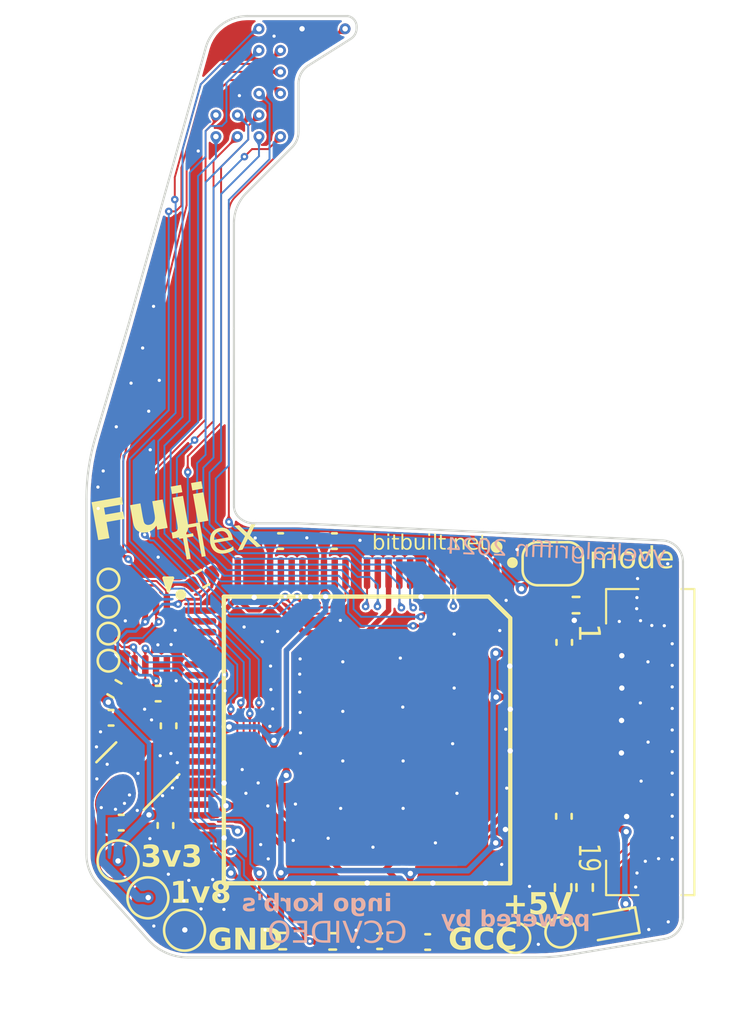
<source format=kicad_pcb>
(kicad_pcb (version 20240108) (generator "pcbnew") (generator_version "8.0")
  (layers (0 "F.Cu" signal) (31 "B.Cu" signal) (34 "B.Paste" user) (35 "F.Paste" user) (36 "B.SilkS" user "B.Silkscreen") (37 "F.SilkS" user "F.Silkscreen") (38 "B.Mask" user) (39 "F.Mask" user) (44 "Edge.Cuts" user))
  (net 0 "")
  (net 1 "GND")
  (net 2 "+1V2")
  (net 3 "+1V8")
  (net 4 "D2")
  (net 5 "D6")
  (net 6 "GCC")
  (net 7 "C")
  (net 8 "54MHz")
  (net 9 "D4")
  (net 10 "W")
  (net 11 "D")
  (net 12 "D0")
  (net 13 "CSEL")
  (net 14 "D5")
  (net 15 "D7")
  (net 16 "D3")
  (net 17 "D1")
  (net 18 "+3.3V")
  (net 19 "+5V")
  (net 20 "Net-(D1-K)")
  (net 21 "TMDS2-")
  (net 22 "TMDS2+")
  (net 23 "TMDS0+")
  (net 24 "TMDSClk+")
  (net 25 "TMDS1+")
  (net 26 "TMDSClk-")
  (net 27 "TMDS0-")
  (net 28 "TMDS1-")
  (net 29 "MOSI")
  (net 30 "CS")
  (net 31 "CLK")
  (net 32 "MISO")
  (net 33 "MODE")
  (net 34 "Net-(U2-VCC)")
  (net 35 "Net-(J1-Pad5)")
  (net 37 "Net-(J1-Pad4)")
  (net 40 "Net-(U1-DONE)")
  (net 41 "Net-(U1-PROG_B)")
  (net 42 "Net-(U1-IO_L10P_2{slash}INIT_B)")
  (footprint "Capacitor_SMD:C_0402_1005Metric" (layer "F.Cu") (at 132.164541 100.721964 180)
    (property "Reference" "C2" (hide yes))
    (property "Value" "1uF")
  )
  (footprint "SamacSys_Parts:QFP50P1600X1600X120-100N" (layer "F.Cu") (at 144.05 101.75 -90)
    (property "Reference" "U1" (hide yes))
    (property "Value" "XC3S200A-4VQG100C" (hide yes))
  )
  (footprint "Diode_SMD:D_SOD-523" (layer "F.Cu") (at 155.357516 110.325 -170)
    (property "Reference" "D1" (hide yes))
    (property "Value" "BAT54XV2T1G")
  )
  (footprint "Capacitor_SMD:C_0402_1005Metric" (layer "F.Cu") (at 153.2063 97.2237 90)
    (property "Reference" "C9" (hide yes))
    (property "Value" "0.1uF")
  )
  (footprint "Capacitor_SMD:C_0402_1005Metric" (layer "F.Cu") (at 144.635 111.085 180)
    (property "Reference" "C3" (hide yes))
    (property "Value" "0.1uF")
  )
  (footprint "SamacSys_Parts:TestPoint_Pad_D0.75mm" (layer "F.Cu") (at 132.044004 98.074994)
    (property "Reference" "TP9" (hide yes))
    (property "Value" "TestPoint")
  )
  (footprint "Resistor_SMD:R_0402_1005Metric" (layer "F.Cu") (at 153.755 95.495 180)
    (property "Reference" "R4" (hide yes))
    (property "Value" "4.7k")
  )
  (footprint "Resistor_SMD:R_0402_1005Metric" (layer "F.Cu") (at 136.400669 94.269738 -150)
    (property "Reference" "R5" (hide yes))
    (property "Value" "100K")
  )
  (footprint "Package_TO_SOT_SMD:SOT-23" (layer "F.Cu") (at 133.045 103.425 -135)
    (property "Reference" "U3" (hide yes))
    (property "Value" "AP2127N-1.2")
  )
  (footprint "Capacitor_SMD:C_0402_1005Metric" (layer "F.Cu") (at 132.635 105.585)
    (property "Reference" "C1" (hide yes))
    (property "Value" "1uF")
  )
  (footprint "Capacitor_SMD:C_0402_1005Metric" (layer "F.Cu") (at 134.835 101.095 90)
    (property "Reference" "C6" (hide yes))
    (property "Value" "0.1uF")
  )
  (footprint "TestPoint:TestPoint_Pad_D1.0mm" (layer "F.Cu") (at 150.925 110.925)
    (property "Reference" "TP4" (hide yes))
    (property "Value" "TestPoint")
  )
  (footprint "TestPoint:TestPoint_Pad_D1.0mm" (layer "F.Cu") (at 153.035 110.675)
    (property "Reference" "TP5" (hide yes))
    (property "Value" "TestPoint")
  )
  (footprint "Capacitor_SMD:C_0402_1005Metric" (layer "F.Cu") (at 142.535 92.525)
    (property "Reference" "C5" (hide yes))
    (property "Value" "0.1uF")
  )
  (footprint "Capacitor_SMD:C_0402_1005Metric" (layer "F.Cu") (at 153.191807 105.29281 -90)
    (property "Reference" "C4" (hide yes))
    (property "Value" "0.1uF")
  )
  (footprint "SamacSys_Parts:SON50P300X200X60-9N-D" (layer "F.Cu") (at 134.004134 96.886698 -90)
    (property "Reference" "U2" (hide yes))
    (property "Value" "AT25SF041B-MAHD-T" (hide yes))
  )
  (footprint "SamacSys_Parts:TestPoint_Pad_D0.75mm" (layer "F.Cu") (at 132.044004 95.574165)
    (property "Reference" "TP8" (hide yes))
    (property "Value" "TestPoint")
  )
  (footprint "Capacitor_SMD:C_0402_1005Metric" (layer "F.Cu") (at 140.0363 92.5237)
    (property "Reference" "C8" (hide yes))
    (property "Value" "0.1uF")
  )
  (footprint "SamacSys_Parts:TestPoint_Pad_D0.75mm" (layer "F.Cu") (at 132.044004 96.816179)
    (property "Reference" "TP7" (hide yes))
    (property "Value" "TestPoint")
  )
  (footprint "Capacitor_SMD:C_0402_1005Metric" (layer "F.Cu") (at 134.690014 105.719753 -90)
    (property "Reference" "C10" (hide yes))
    (property "Value" "0.1uF")
  )
  (footprint "Jumper:SolderJumper-2_P1.3mm_Open_RoundedPad1.0x1.5mm" (layer "F.Cu") (at 152.675 93.575)
    (property "Reference" "JP1" (hide yes))
    (property "Value" "SolderJumper_2_Open")
  )
  (footprint "Capacitor_SMD:C_0402_1005Metric" (layer "F.Cu") (at 134.349537 99.597334)
    (property "Reference" "C12" (hide yes))
    (property "Value" "0.1uF")
  )
  (footprint "Capacitor_SMD:C_0402_1005Metric" (layer "F.Cu") (at 146.8663 111.1237)
    (property "Reference" "C7" (hide yes))
    (property "Value" "0.1uF")
  )
  (footprint "SamacSys_Parts:TestPoint_Pad_D0.75mm" (layer "F.Cu") (at 132.044004 94.310938)
    (property "Reference" "TP6" (hide yes))
    (property "Value" "TestPoint")
  )
  (footprint "TestPoint:TestPoint_Pad_D1.5mm" (layer "F.Cu") (at 132.488415 107.362188 45)
    (property "Reference" "TP2" (hide yes))
    (property "Value" "TestPoint")
  )
  (footprint "TestPoint:TestPoint_Pad_D1.5mm" (layer "F.Cu") (at 133.875 109.075 45)
    (property "Reference" "TP1" (hide yes))
    (property "Value" "TestPoint")
  )
  (footprint "Resistor_SMD:R_0402_1005Metric" (layer "F.Cu") (at 154.155 108.595 90)
    (property "Reference" "R1" (hide yes))
    (property "Value" "10k")
  )
  (footprint "Resistor_SMD:R_0402_1005Metric" (layer "F.Cu") (at 153.155 108.595 90)
    (property "Reference" "R2" (hide yes))
    (property "Value" "10k")
  )
  (footprint "Resistor_SMD:R_0402_1005Metric" (layer "F.Cu") (at 140.135148 111.081628 180)
    (property "Reference" "R3" (hide yes))
    (property "Value" "330")
  )
  (footprint "TestPoint:TestPoint_Pad_D1.5mm" (layer "F.Cu") (at 135.575 110.575 45)
    (property "Reference" "TP3" (hide yes))
    (property "Value" "TestPoint")
  )
  (footprint "Resistor_SMD:R_0402_1005Metric" (layer "F.Cu") (at 132.320975 99.381166 -30)
    (property "Reference" "R6" (hide yes))
    (property "Value" "0")
  )
  (footprint "SamacSys_Parts:5052781933" (layer "F.Cu") (at 157.1 101.85 90)
    (property "Reference" "J1" (hide yes))
    (property "Value" "505278-1933" (hide yes))
  )
  (footprint "Resistor_SMD:R_0402_1005Metric" (layer "F.Cu") (at 142.455 111.095)
    (property "Reference" "R7" (hide yes))
    (property "Value" "4.7k")
  )
  (gr_line (start 134.82 94.8387) (end 134.62 94.2387) (stroke (width 0.15)) (layer "F.SilkS"))
  (gr_line (start 134.82 94.6387) (end 134.92 94.3387) (stroke (width 0.15)) (layer "F.SilkS"))
  (gr_line (start 135.02 94.2387) (end 134.82 94.8387) (stroke (width 0.15)) (layer "F.SilkS"))
  (gr_circle (center 150.065238 92.800771) (end 150.165238 92.600771) (stroke (width 0.1)) (fill solid) (layer "F.SilkS"))
  (gr_line (start 134.62 94.2387) (end 135.02 94.2387) (stroke (width 0.15)) (layer "F.SilkS"))
  (gr_line (start 151.744896 110.161173) (end 151.744896 109.961681) (stroke (width 0.12)) (layer "F.SilkS"))
  (gr_line (start 134.72 94.3387) (end 134.82 94.6387) (stroke (width 0.15)) (layer "F.SilkS"))
  (gr_line (start 134.92 94.3387) (end 134.72 94.3387) (stroke (width 0.15)) (layer "F.SilkS"))
  (gr_line (start 152.37511 110.451343) (end 151.744896 110.161173) (stroke (width 0.12)) (layer "F.SilkS"))
  (gr_line (start 143.288396 69.230692) (end 141.335323 70.459965) (stroke (width 0.1)) (layer "Edge.Cuts"))
  (gr_line (start 140.936916 91.705677) (end 157.766792 92.494048) (stroke (width 0.1)) (layer "Edge.Cuts"))
  (gr_arc (start 140.868 73.539886) (mid 140.79188 73.922569) (end 140.575107 74.246993) (stroke (width 0.1)) (layer "Edge.Cuts"))
  (gr_line (start 157.884399 110.977967) (end 153.536365 111.702639) (stroke (width 0.1)) (layer "Edge.Cuts"))
  (gr_line (start 137.868 82.6541) (end 137.868 77.782527) (stroke (width 0.1)) (layer "Edge.Cuts"))
  (gr_arc (start 143.169303 68.171611) (mid 143.455703 68.345532) (end 143.568 68.661241) (stroke (width 0.1)) (layer "Edge.Cuts"))
  (gr_arc (start 158.72 109.991573) (mid 158.48302 110.637948) (end 157.884399 110.977967) (stroke (width 0.1)) (layer "Edge.Cuts"))
  (gr_line (start 138.453787 76.368313) (end 140.575107 74.246993) (stroke (width 0.1)) (layer "Edge.Cuts"))
  (gr_arc (start 140.702955 91.7002) (mid 140.819968 91.70157) (end 140.936916 91.705677) (stroke (width 0.1)) (layer "Edge.Cuts"))
  (gr_line (start 158.72 93.492953) (end 158.72 109.991573) (stroke (width 0.1)) (layer "Edge.Cuts"))
  (gr_arc (start 143.568 68.723399) (mid 143.49347 69.013021) (end 143.288396 69.230692) (stroke (width 0.1)) (layer "Edge.Cuts"))
  (gr_arc (start 131.02 90.574467) (mid 131.121505 89.153274) (end 131.423958 87.760932) (stroke (width 0.1)) (layer "Edge.Cuts"))
  (gr_line (start 143.169303 68.171611) (end 138.486004 68.171603) (stroke (width 0.1)) (layer "Edge.Cuts"))
  (gr_line (start 131.02 90.574467) (end 131.02 107.071228) (stroke (width 0.1)) (layer "Edge.Cuts"))
  (gr_arc (start 153.536365 111.702639) (mid 152.71718 111.804626) (end 151.892375 111.8387) (stroke (width 0.1)) (layer "Edge.Cuts"))
  (gr_arc (start 136.559703 69.633664) (mid 137.276845 68.578511) (end 138.486004 68.171603) (stroke (width 0.1)) (layer "Edge.Cuts"))
  (gr_line (start 138.791698 91.7002) (end 140.702955 91.7002) (stroke (width 0.1)) (layer "Edge.Cuts"))
  (gr_line (start 151.892375 111.8387) (end 135.733406 111.8387) (stroke (width 0.1)) (layer "Edge.Cuts"))
  (gr_line (start 143.568 68.661241) (end 143.568 68.723399) (stroke (width 0.1)) (layer "Edge.Cuts"))
  (gr_arc (start 138.791698 91.7002) (mid 138.409015 91.624079) (end 138.084592 91.407306) (stroke (width 0.1)) (layer "Edge.Cuts"))
  (gr_line (start 132.97048 82.486254) (end 131.423958 87.760932) (stroke (width 0.1)) (layer "Edge.Cuts"))
  (gr_arc (start 131.533412 108.409157) (mid 131.152751 107.787757) (end 131.02 107.071228) (stroke (width 0.1)) (layer "Edge.Cuts"))
  (gr_line (start 137.8695 88.2712) (end 137.8695 90.888) (stroke (width 0.1)) (layer "Edge.Cuts"))
  (gr_arc (start 135.733406 111.8387) (mid 134.71631 111.62245) (end 133.875171 111.011112) (stroke (width 0.1)) (layer "Edge.Cuts"))
  (gr_arc (start 157.766792 92.494048) (mid 158.443478 92.802584) (end 158.72 93.492953) (stroke (width 0.1)) (layer "Edge.Cuts"))
  (gr_line (start 131.533412 108.409157) (end 133.875171 111.011112) (stroke (width 0.1)) (layer "Edge.Cuts"))
  (gr_line (start 137.868 82.6541) (end 137.8695 88.2712) (stroke (width 0.1)) (layer "Edge.Cuts"))
  (gr_line (start 140.868 73.539886) (end 140.868 71.306283) (stroke (width 0.1)) (layer "Edge.Cuts"))
  (gr_line (start 136.559703 69.633664) (end 132.97048 82.486254) (stroke (width 0.1)) (layer "Edge.Cuts"))
  (gr_arc (start 138.084601 91.407299) (mid 137.925403 91.169043) (end 137.8695 90.888) (stroke (width 0.1)) (layer "Edge.Cuts"))
  (gr_arc (start 140.868 71.306283) (mid 140.992592 70.822898) (end 141.335323 70.459965) (stroke (width 0.1)) (layer "Edge.Cuts"))
  (gr_arc (start 137.868 77.782527) (mid 138.020232 77.017154) (end 138.453787 76.368313) (stroke (width 0.1)) (layer "Edge.Cuts"))
  (gr_text "yveltalgriffin 2024" (at 157.92 93.6387 357.7) (layer "B.SilkS") (effects (font (size 0.75 0.8) (thickness 0.125)) (justify left bottom mirror)))
  (gr_text "GCVIDEO" (at 145.913912 111.328571 0) (layer "B.SilkS") (effects (font (size 1 1)) (justify left bottom mirror)))
  (gr_text "powered by" (at 154.413912 110.528571 0) (layer "B.SilkS") (effects (font (size 0.75 0.75) (thickness 0.15) (bold yes)) (justify left bottom mirror)))
  (gr_text "ingo korb's" (at 145.213912 109.828571 0) (layer "B.SilkS") (effects (font (size 0.8 0.8) (thickness 0.2) (bold yes)) (justify left bottom mirror)))
  (gr_text "bitbuilt.net" (at 144.28 93.0387 0) (layer "F.SilkS") (effects (font (size 0.7 0.7) (thickness 0.125)) (justify left bottom)))
  (gr_text "GCC" (at 147.82 111.6387 0) (layer "F.SilkS") (effects (font (size 1 1) (thickness 0.2) (bold yes)) (justify left bottom)))
  (gr_text "19" (at 153.72 106.5387 270) (layer "F.SilkS") (effects (font (size 1 0.75)) (justify left bottom)))
  (gr_text "Fuji" (at 131.366385 92.818614 10) (layer "F.SilkS") (effects (font (size 1.75 2) (thickness 0.35) (bold yes) (italic yes)) (justify left bottom)))
  (gr_text "1" (at 153.72 96.3387 -90) (layer "F.SilkS") (effects (font (size 1 1)) (justify left bottom)))
  (gr_text "3v3" (at 133.543863 107.798807 0) (layer "F.SilkS") (effects (font (size 1 1) (thickness 0.2) (bold yes)) (justify left bottom)))
  (gr_text "flex" (at 135.496984 93.671254 10) (layer "F.SilkS") (effects (font (size 1.5 1.5) (thickness 0.15) (italic yes)) (justify left bottom)))
  (gr_text "GND" (at 136.657763 111.649292 0) (layer "F.SilkS") (effects (font (size 1 1) (thickness 0.2) (bold yes)) (justify left bottom)))
  (gr_text "+5V" (at 150.352554 109.999919 0) (layer "F.SilkS") (effects (font (size 1 1) (thickness 0.2) (bold yes)) (justify left bottom)))
  (gr_text "mode" (at 154.355288 93.952038 0) (layer "F.SilkS") (effects (font (size 1 1) (thickness 0.125)) (justify left bottom)))
  (gr_text "1v8" (at 134.888008 109.475519 0) (layer "F.SilkS") (effects (font (size 1 1) (thickness 0.2) (bold yes)) (justify left bottom)))
  (segment (start 151.788 102.25) (end 150.700665 102.25) (width 0.25) (layer "F.Cu") (net 1))
  (segment (start 153.168997 105.75) (end 153.191807 105.77281) (width 0.25) (layer "F.Cu") (net 1))
  (segment (start 139.05 94.8987) (end 138.81 95.1387) (width 0.25) (layer "F.Cu") (net 1))
  (segment (start 150.629626 105.75) (end 151.788 105.75) (width 0.25) (layer "F.Cu") (net 1))
  (segment (start 137.4087 103.75) (end 137.41 103.7487) (width 0.25) (layer "F.Cu") (net 1))
  (segment (start 141.55 108.389599) (end 141.55379 108.385809) (width 0.25) (layer "F.Cu") (net 1))
  (segment (start 147.3463 110.715) (end 147.3463 111.1237) (width 0.25) (layer "F.Cu") (net 1))
  (segment (start 132.825 96.225) (end 133.05915 96.225) (width 0.25) (layer "F.Cu") (net 1))
  (segment (start 135.575603 110.575) (end 135.588415 110.562188) (width 0.25) (layer "F.Cu") (net 1))
  (segment (start 141.55 109.488) (end 141.55 108.389599) (width 0.25) (layer "F.Cu") (net 1))
  (segment (start 138.81 95.1387) (end 138.55 94.8787) (width 0.25) (layer "F.Cu") (net 1))
  (segment (start 154.95 99.35) (end 155.874183 99.35) (width 0.25) (layer "F.Cu") (net 1))
  (segment (start 147.05 109.488) (end 147.05 110.4187) (width 0.25) (layer "F.Cu") (net 1))
  (segment (start 155.857868 102.35) (end 155.861962 102.354094) (width 0.25) (layer "F.Cu") (net 1))
  (segment (start 150.775998 100.25) (end 150.700998 100.325) (width 0.25) (layer "F.Cu") (net 1))
  (segment (start 156.055928 105.35) (end 154.95 105.35) (width 0.25) (layer "F.Cu") (net 1))
  (segment (start 151.788 105.75) (end 153.168997 105.75) (width 0.25) (layer "F.Cu") (net 1))
  (segment (start 135.575 110.575) (end 135.575603 110.575) (width 0.25) (layer "F.Cu") (net 1))
  (segment (start 151.788 98.25) (end 150.75485 98.25) (width 0.25) (layer "F.Cu") (net 1))
  (segment (start 155.874183 99.35) (end 155.880131 99.344052) (width 0.25) (layer "F.Cu") (net 1))
  (segment (start 150.75485 98.25) (end 150.67985 98.325) (width 0.25) (layer "F.Cu") (net 1))
  (segment (start 136.312 106.25) (end 134.83 106.25) (width 0.25) (layer "F.Cu") (net 1))
  (segment (start 139.05 94.012) (end 139.05 94.8987) (width 0.25) (layer "F.Cu") (net 1))
  (segment (start 154.95 102.35) (end 155.857868 102.35) (width 0.25) (layer "F.Cu") (net 1))
  (segment (start 154.95 97.85) (end 155.872191 97.85) (width 0.25) (layer "F.Cu") (net 1))
  (segment (start 156.10429 105.301638) (end 156.055928 105.35) (width 0.25) (layer "F.Cu") (net 1))
  (segment (start 149.55 109.488) (end 149.55 108.397131) (width 0.25) (layer "F.Cu") (net 1))
  (segment (start 137.371981 106.25) (end 136.312 106.25) (width 0.25) (layer "F.Cu") (net 1))
  (segment (start 150.476706 105.90292) (end 150.629626 105.75) (width 0.25) (layer "F.Cu") (net 1))
  (segment (start 144.05 109.488) (end 144.05 108.391571) (width 0.25) (layer "F.Cu") (net 1))
  (segment (start 133.254134 96.030016) (end 133.254134 95.486698) (width 0.25) (layer "F.Cu") (net 1))
  (segment (start 155.872191 97.85) (end 155.880131 97.84206) (width 0.25) (layer "F.Cu") (net 1))
  (segment (start 149.55 108.397131) (end 149.555205 108.391926) (width 0.25) (layer "F.Cu") (net 1))
  (segment (start 146.55 95.0987) (end 146.56 95.1087) (width 0.25) (layer "F.Cu") (net 1))
  (segment (start 150.700665 102.25) (end 150.696622 102.254043) (width 0.25) (layer "F.Cu") (net 1))
  (segment (start 144.05 109.488) (end 144.05 110.98) (width 0.25) (layer "F.Cu") (net 1))
  (segment (start 147.05 110.4187) (end 147.3463 110.715) (width 0.25) (layer "F.Cu") (net 1))
  (segment (start 153.2063 96.7437) (end 153.2063 96.669764) (width 0.25) (layer "F.Cu") (net 1))
  (segment (start 141.425 95.1087) (end 141.55 94.9837) (width 0.25) (layer "F.Cu") (net 1))
  (segment (start 144.05 108.391571) (end 144.055762 108.385809) (width 0.25) (layer "F.Cu") (net 1))
  (segment (start 141.55 94.9837) (end 141.55 94.012) (width 0.25) (layer "F.Cu") (net 1))
  (segment (start 133.05915 96.225) (end 133.254134 96.030016) (width 0.25) (layer "F.Cu") (net 1))
  (segment (start 137.414067 106.292086) (end 137.371981 106.25) (width 0.25) (layer "F.Cu") (net 1))
  (segment (start 146.55 94.012) (end 146.55 95.0987) (width 0.25) (layer "F.Cu") (net 1))
  (segment (start 154.95 100.85) (end 155.864063 100.85) (width 0.25) (layer "F.Cu") (net 1))
  (segment (start 136.312 103.75) (end 137.4087 103.75) (width 0.25) (layer "F.Cu") (net 1))
  (segment (start 147.05 109.488) (end 147.05 108.446804) (width 0.25) (layer "F.Cu") (net 1))
  (segment (start 147.05 108.446804) (end 147.105727 108.391077) (width 0.25) (layer "F.Cu") (net 1))
  (segment (start 155.864063 100.85) (end 155.868018 100.846045) (width 0.25) (layer "F.Cu") (net 1))
  (segment (start 144.05 110.98) (end 144.155 111.085) (width 0.25) (layer "F.Cu") (net 1))
  (segment (start 153.2063 96.669764) (end 153.672734 96.20333) (width 0.25) (layer "F.Cu") (net 1))
  (segment (start 151.788 100.25) (end 150.775998 100.25) (width 0.25) (layer "F.Cu") (net 1))
  (segment (start 134.83 106.25) (end 134.835 106.255) (width 0.25) (layer "F.Cu") (net 1))
  (segment (start 138.55 94.8787) (end 138.55 94.012) (width 0.25) (layer "F.Cu") (net 1))
  (via (at 134.40297 85.068808) (size 0.35) (drill 0.15) (layers "F.Cu" "B.Cu") (net 1))
  (via (at 141.425 95.1087) (size 0.5) (drill 0.25) (layers "F.Cu" "B.Cu") (net 1))
  (via (at 134.136784 81.636138) (size 0.35) (drill 0.15) (layers "F.Cu" "B.Cu") (net 1))
  (via (at 136.341534 109.587605) (size 0.35) (drill 0.15) (layers "F.Cu" "B.Cu") (net 1))
  (via (at 138.252387 103.12377) (size 0.35) (drill 0.15) (layers "F.Cu" "B.Cu") (net 1))
  (via (at 142.244004 106.310938) (size 0.35) (drill 0.15) (layers "F.Cu" "B.Cu") (net 1))
  (via (at 140.62078 106.410938) (size 0.35) (drill 0.15) (layers "F.Cu" "B.Cu") (net 1))
  (via (at 144.055762 108.385809) (size 0.5) (drill 0.25) (layers "F.Cu" "B.Cu") (net 1))
  (via (at 139.585227 99.411655) (size 0.35) (drill 0.15) (layers "F.Cu" "B.Cu") (net 1))
  (via (at 136.211849 74.430632) (size 0.35) (drill 0.15) (layers "F.Cu" "B.Cu") (net 1))
  (via (at 158.22 106.2887) (size 0.35) (drill 0.15) (layers "F.Cu" "B.Cu") (net 1))
  (via (at 135.588415 110.562188) (size 0.5) (drill 0.25) (layers "F.Cu" "B.Cu") (net 1))
  (via (at 137.41 103.7487) (size 0.5) (drill 0.25) (layers "F.Cu" "B.Cu") (net 1))
  (via (at 158.22 103.2887) (size 0.35) (drill 0.15) (layers "F.Cu" "B.Cu") (net 1))
  (via (at 134.042603 100.820059) (size 0.35) (drill 0.15) (layers "F.Cu" "B.Cu") (net 1))
  (via (at 146.56 95.1087) (size 0.5) (drill 0.25) (layers "F.Cu" "B.Cu") (net 1))
  (via (at 135.239338 102.80303) (size 0.35) (drill 0.15) (layers "F.Cu" "B.Cu") (net 1))
  (via (at 158.22 100.2887) (size 0.35) (drill 0.15) (layers "F.Cu" "B.Cu") (net 1))
  (via (at 138.425 104.225) (size 0.35) (drill 0.15) (layers "F.Cu" "B.Cu") (net 1))
  (via (at 156.524539 108.574248) (size 0.35) (drill 0.15) (layers "F.Cu" "B.Cu") (net 1))
  (via (at 156.741186 100.033597) (size 0.35) (drill 0.15) (layers "F.Cu" "B.Cu") (net 1))
  (via (at 140.942218 100.473306) (size 0.35) (drill 0.15) (layers "F.Cu" "B.Cu") (net 1))
  (via (at 137.40447 109.610222) (size 0.35) (drill 0.15) (layers "F.Cu" "B.Cu") (net 1))
  (via (at 140.942218 97.991809) (size 0.35) (drill 0.15) (layers "F.Cu" "B.Cu") (net 1))
  (via (at 150.700998 100.325) (size 0.5) (drill 0.25) (layers "F.Cu" "B.Cu") (net 1))
  (via (at 131.503815 103.555951) (size 0.35) (drill 0.15) (layers "F.Cu" "B.Cu") (net 1))
  (via (at 138.85659 92.383431) (size 0.35) (drill 0.15) (layers "F.Cu" "B.Cu") (net 1))
  (via (at 141.255116 92.3752) (size 0.35) (drill 0.15) (layers "F.Cu" "B.Cu") (net 1))
  (via (at 134.445234 102.482088) (size 0.35) (drill 0.15) (layers "F.Cu" "B.Cu") (net 1))
  (via (at 142.825 104.925) (size 0.35) (drill 0.15) (layers "F.Cu" "B.Cu") (net 1))
  (via (at 141.55379 108.385809) (size 0.5) (drill 0.25) (layers "F.Cu" "B.Cu") (net 1))
  (via (at 150.303887 107.522401) (size 0.35) (drill 0.15) (layers "F.Cu" "B.Cu") (net 1))
  (via (at 158.22 99.2887) (size 0.35) (drill 0.15) (layers "F.Cu" "B.Cu") (net 1))
  (via (at 132.406348 87.222993) (size 0.35) (drill 0.15) (layers "F.Cu" "B.Cu") (net 1))
  (via (at 137.18633 108.955803) (size 0.35) (drill 0.15) (layers "F.Cu" "B.Cu") (net 1))
  (via (at 158.22 101.2887) (size 0.35) (drill 0.15) (layers "F.Cu" "B.Cu") (net 1))
  (via (at 139.444004 104.810938) (size 0.35) (drill 0.15) (layers "F.Cu" "B.Cu") (net 1))
  (via (at 142.925 98.125) (size 0.35) (drill 0.15) (layers "F.Cu" "B.Cu") (net 1))
  (via (at 134.338611 97.338061) (size 0.35) (drill 0.15) (layers "F.Cu" "B.Cu") (net 1))
  (via (at 157.132418 110.54439) (size 0.35) (drill 0.15) (layers "F.Cu" "B.Cu") (net 1))
  (via (at 139.568864 98.322971) (size 0.35) (drill 0.15) (layers "F.Cu" "B.Cu") (net 1))
  (via (at 137.461146 99.46725) (size 0.35) (drill 0.15) (layers "F.Cu" "B.Cu") (net 1))
  (via (at 134.351849 93.270632) (size 0.35) (drill 0.15) (layers "F.Cu" "B.Cu") (net 1))
  (via (at 140.92313 99.528428) (size 0.35) (drill 0.15) (layers "F.Cu" "B.Cu") (net 1))
  (via (at 145.725 104.925) (size 0.35) (drill 0.15) (layers "F.Cu" "B.Cu") (net 1))
  (via (at 132.825 96.225) (size 0.35) (drill 0.15) (layers "F.Cu" "B.Cu") (net 1))
  (via (at 140.95786 101.420769) (size 0.35) (drill 0.15) (layers "F.Cu" "B.Cu") (net 1))
  (via (at 135.141658 96.664083) (size 0.35) (drill 0.15) (layers "F.Cu" "B.Cu") (net 1))
  (via (at 133.981007 88.290398) (size 0.35) (drill 0.15) (layers "F.Cu" "B.Cu") (net 1))
  (via (at 150.476706 105.90292) (size 0.5) (drill 0.25) (layers "F.Cu" "B.Cu") (net 1))
  (via (at 135.773164 108.263446) (size 0.35) (drill 0.15) (layers "F.Cu" "B.Cu") (net 1))
  (via (at 157.094421 98.126128) (size 0.35) (drill 0.15) (layers "F.Cu" "B.Cu") (net 1))
  (via (at 134.554259 104.336499) (size 0.35) (drill 0.15) (layers "F.Cu" "B.Cu") (net 1))
  (via (at 139.897378 96.716113) (size 0.35) (drill 0.15) (layers "F.Cu" "B.Cu") (net 1))
  (via (at 155.880131 97.84206) (size 0.5) (drill 0.25) (layers "F.Cu" "B.Cu") (net 1))
  (via (at 155.880131 99.344052) (size 0.5) (drill 0.25) (layers "F.Cu" "B.Cu") (net 1))
  (via (at 158.22 98.2887) (size 0.35) (drill 0.15) (layers "F.Cu" "B.Cu") (net 1))
  (via (at 150.696622 102.254043) (size 0.5) (drill 0.25) (layers "F.Cu" "B.Cu") (net 1))
  (via (at 141.031849 68.760632) (size 0.5) (drill 0.25) (layers "F.Cu" "B.Cu") (net 1))
  (via (at 142.925 102.725) (size 0.35) (drill 0.15) (layers "F.Cu" "B.Cu") (net 1))
  (via (at 145.725 102.725) (size 0.35) (drill 0.15) (layers "F.Cu" "B.Cu") (net 1))
  (via (at 140.725 104.725) (size 0.35) (drill 0.15) (layers "F.Cu" "B.Cu") (net 1))
  (via (at 156.77651 103.660142) (size 0.35) (drill 0.15) (layers "F.Cu" "B.Cu") (net 1))
  (via (at 150.536517 103.986454) (size 0.35) (drill 0.15) (layers "F.Cu" "B.Cu") (net 1))
  (via (at 151.012841 92.918627) (size 0.35) (drill 0.15) (layers "F.Cu" "B.Cu") (net 1))
  (via (at 148.095979 96.841545) (size 0.35) (drill 0.15) (layers "F.Cu" "B.Cu") (net 1))
  (via (at 138.341018 96.510362) (size 0.35) (drill 0.15) (layers "F.Cu" "B.Cu") (net 1))
  (via (at 152.004299 111.231592) (size 0.35) (drill 0.15) (layers "F.Cu" "B.Cu") (net 1))
  (via (at 149.555205 108.391926) (size 0.5) (drill 0.25) (layers "F.Cu" "B.Cu") (net 1))
  (via (at 156.570939 95.659709) (size 0.35) (drill 0.15) (layers "F.Cu" "B.Cu") (net 1))
  (via (at 157.852778 96.451106) (size 0.35) (drill 0.15) (layers "F.Cu" "B.Cu") (net 1))
  (via (at 156.971306 107.378845) (size 0.35) (drill 0.15) (layers "F.Cu" "B.Cu") (net 1))
  (via (at 139.668918 100.30994) (size 0.35) (drill 0.15) (layers "F.Cu" "B.Cu") (net 1))
  (via (at 156.611667 94.264093) (size 0.35) (drill 0.15) (layers "F.Cu" "B.Cu") (net 1))
  (via (at 139.111651 106.603688) (size 0.35) (drill 0.15) (layers "F.Cu" "B.Cu") (net 1))
  (via (at 133.630057 83.568033) (size 0.35) (drill 0.15) (layers "F.Cu" "B.Cu") (net 1))
  (via (at 139.462571 107.267591) (size 0.35) (drill 0.15) (layers "F.Cu" "B.Cu") (net 1))
  (via (at 135.54383 109.21602) (size 0.35) (drill 0.15) (layers "F.Cu" "B.Cu") (net 1))
  (via (at 139.183218 97.1946) (size 0.35) (drill 0.15) (layers "F.Cu" "B.Cu") (net 1))
  (via (at 157.273164 96.439959) (size 0.35) (drill 0.15) (layers "F.Cu" "B.Cu") (net 1))
  (via (at 158.22 97.2887) (size 0.35) (drill 0.15) (layers "F.Cu" "B.Cu") (net 1))
  (via (at 131.673263 101.373338) (size 0.35) (drill 0.15) (layers "F.Cu" "B.Cu") (net 1))
  (via (at 138.81 95.1387) (size 0.5) (drill 0.25) (layers "F.Cu" "B.Cu") (net 1))
  (via (at 157.1 101.85) (size 0.35) (drill 0.15) (layers "F.Cu" "B.Cu") (net 1))
  (via (at 143.540836 110.577625) (size 0.35) (drill 0.15) (layers "F.Cu" "B.Cu") (net 1))
  (via (at 140.92313 98.698081) (size 0.35) (drill 0.15) (layers "F.Cu" "B.Cu") (net 1))
  (via (at 156.10429 105.301638) (size 0.5) (drill 0.25) (layers "F.Cu" "B.Cu") (net 1))
  (via (at 145.709241 100.225914) (size 0.35) (drill 0.15) (layers "F.Cu" "B.Cu") (net 1))
  (via (at 133.380229 105.019771) (size 0.35) (drill 0.15) (layers "F.Cu" "B.Cu") (net 1))
  (via (at 133.413148 103.301006) (size 0.35) (drill 0.15) (layers "F.Cu" "B.Cu") (net 1))
  (via (at 158.22 105.2887) (size 0.35) (drill 0.15) (layers "F.Cu" "B.Cu") (net 1))
  (via (at 150.507974 95.275642) (size 0.35) (drill 0.15) (layers "F.Cu" "B.Cu") (net 1))
  (via (at 139.314354 110.560919) (size 0.35) (drill 0.15) (layers "F.Cu" "B.Cu") (net 1))
  (via (at 138.121849 71.860632) (size 0.35) (drill 0.15) (layers "F.Cu" "B.Cu") (net 1))
  (via (at 131.565873 91.012964) (size 0.35) (drill 0.15) (layers "F.Cu" "B.Cu") (net 1))
  (via (at 133.911849 86.500632) (size 0.35) (drill 0.15) (layers "F.Cu" "B.Cu") (net 1))
  (via (at 134.149049 110.382474) (size 0.35) (drill 0.15) (layers "F.Cu" "B.Cu") (net 1))
  (via (at 158.22 104.2887) (size 0.35) (drill 0.15) (layers "F.Cu" "B.Cu") (net 1))
  (via (at 139.732663 69.101967) (size 0.35) (drill 0.15) (layers "F.Cu" "B.Cu") (net 1))
  (via (at 131.486039 102.07067) (size 0.35) (drill 0.15) (layers "F.Cu" "B.Cu") (net 1))
  (via (at 142.925 100.425) (size 0.35) (drill 0.15) (layers "F.Cu" "B.Cu") (net 1))
  (via (at 157.58712 107.258097) (size 0.35) (drill 0.15) (layers "F.Cu" "B.Cu") (net 1))
  (via (at 155.861962 102.354094) (size 0.5) (drill 0.25) (layers "F.Cu" "B.Cu") (net 1))
  (via (at 155.868018 100.846045) (size 0.5) (drill 0.25) (layers "F.Cu" "B.Cu") (net 1))
  (via (at 135.230275 103.487332) (size 0.35) (drill 0.15) (layers "F.Cu" "B.Cu") (net 1))
  (via (at 150.491716 101.253603) (size 0.35) (drill 0.15) (layers "F.Cu" "B.Cu") (net 1))
  (via (at 135.012748 103.972234) (size 0.35) (drill 0.15) (layers "F.Cu" "B.Cu") (net 1))
  (via (at 158.22 102.2887) (size 0.35) (drill 0.15) (layers "F.Cu" "B.Cu") (net 1))
  (via (at 131.983508 102.878385) (size 0.35) (drill 0.15) (layers "F.Cu" "B.Cu") (net 1))
  (via (at 144.325 106.725) (size 0.35) (drill 0.15) (layers "F.Cu" "B.Cu") (net 1))
  (via (at 138.99453 103.743917) (size 0.35) (drill 0.15) (layers "F.Cu" "B.Cu") (net 1))
  (via (at 145.595587 97.95283) (size 0.35) (drill 0.15) (layers "F.Cu" "B.Cu") (net 1))
  (via (at 140.95786 102.370706) (size 0.35) (drill 0.15) (layers "F.Cu" "B.Cu") (net 1))
  (via (at 156.749281 96.217031) (size 0.35) (drill 0.15) (layers "F.Cu" "B.Cu") (net 1))
  (via (at 147.105727 108.391077) (size 0.5) (drill 0.25) (layers "F.Cu" "B.Cu") (net 1))
  (via (at 131.798719 89.27275) (size 0.35) (drill 0.15) (layers "F.Cu" "B.Cu") (net 1))
  (via (at 156.582085 95.146974) (size 0.35) (drill 0.15) (layers "F.Cu" "B.Cu") (net 1))
  (via (at 150.67985 98.325) (size 0.5) (drill 0.25) (layers "F.Cu" "B.Cu") (net 1))
  (via (at 133.966968 106.327142) (size 0.35) (drill 0.15) (layers "F.Cu" "B.Cu") (net 1))
  (via (at 153.672734 96.20333) (size 0.5) (drill 0.25) (layers "F.Cu" "B.Cu") (net 1))
  (via (at 158.012832 93.581172) (size 0.35) (drill 0.15) (layers "F.Cu" "B.Cu") (net 1))
  (via (at 151.594642 108.544115) (size 0.35) (drill 0.15) (layers "F.Cu" "B.Cu") (net 1))
  (via (at 135.184795 99.002273) (size 0.35) (drill 0.15) (layers "F.Cu" "B.Cu") (net 1))
  (via (at 131.553618 90.020307) (size 0.35) (drill 0.15) (layers "F.Cu" "B.Cu") (net 1))
  (via (at 158.22 107.2887) (size 0.35) (drill 0.15) (layers "F.Cu" "B.Cu") (net 1))
  (via (at 148.025 101.925) (size 0.35) (drill 0.15) (layers "F.Cu" "B.Cu") (net 1))
  (via (at 143.72192 92.490754) (size 0.35) (drill 0.15) (layers "F.Cu" "B.Cu") (net 1))
  (via (at 143.646969 111.373266) (size 0.35) (drill 0.15) (layers "F.Cu" "B.Cu") (net 1))
  (via (at 147.225 106.525) (size 0.35) (drill 0.15) (layers "F.Cu" "B.Cu") (net 1))
  (via (at 148.095979 99.341937) (size 0.35) (drill 0.15) (layers "F.Cu" "B.Cu") (net 1))
  (via (at 133.09166 85.19906) (size 0.35) (drill 0.15) (layers "F.Cu" "B.Cu") (net 1))
  (via (at 137.414067 106.292086) (size 0.5) (drill 0.25) (layers "F.Cu" "B.Cu") (net 1))
  (via (at 156.584913 107.92221) (size 0.35) (drill 0.15) (layers "F.Cu" "B.Cu") (net 1))
  (via (at 133.721817 100.324299) (size 0.35) (drill 0.15) (layers "F.Cu" "B.Cu") (net 1))
  (via (at 139.540592 101.118955) (size 0.35) (drill 0.15) (layers "F.Cu" "B.Cu") (net 1))
  (via (at 150.213951 96.674958) (size 0.35) (drill 0.15) (layers "F.Cu" "B.Cu") (net 1))
  (via (at 155.763903 96.253983) (size 0.35) (drill 0.15) (layers "F.Cu" "B.Cu") (net 1))
  (via (at 136.882832 108.225509) (size 0.35) (drill 0.15) (layers "F.Cu" "B.Cu") (net 1))
  (via (at 134.951497 97.325438) (size 0.35) (drill 0.15) (layers "F.Cu" "B.Cu") (net 1))
  (via (at 134.942385 102.377134) (size 0.35) (drill 0.15) (layers "F.Cu" "B.Cu") (net 1))
  (via (at 158.037198 110.188315) (size 0.35) (drill 0.15) (layers "F.Cu" "B.Cu") (net 1))
  (via (at 134.824731 107.978916) (size 0.35) (drill 0.15) (layers "F.Cu" "B.Cu") (net 1))
  (via (at 148.225 104.225) (size 0.35) (drill 0.15) (layers "F.Cu" "B.Cu") (net 1))
  (via (at 142.809733 96.204031) (size 0.35) (drill 0.15) (layers "F.Cu" "B.Cu") (net 1))
  (segment (start 142.05 92.53) (end 142.055 92.525) (width 0.25) (layer "F.Cu") (net 2))
  (segment (start 135.282842 101.575) (end 134.835 101.575) (width 0.25) (layer "F.Cu") (net 2))
  (segment (start 148.198539 107.367914) (end 145.282086 107.367914) (width 0.25) (layer "F.Cu") (net 2))
  (segment (start 135.457842 101.75) (end 135.282842 101.575) (width 0.25) (layer "F.Cu") (net 2))
  (segment (start 144.925 107.725) (end 144.838911 107.811089) (width 0.25) (layer "F.Cu") (net 2))
  (segment (start 152.754617 105.25) (end 153.191807 104.81281) (width 0.25) (layer "F.Cu") (net 2))
  (segment (start 151.788 105.25) (end 150.316453 105.25) (width 0.25) (layer "F.Cu") (net 2))
  (segment (start 150.316453 105.25) (end 148.198539 107.367914) (width 0.25) (layer "F.Cu") (net 2))
  (segment (start 145.55 109.488) (end 145.55 110.65) (width 0.25) (layer "F.Cu") (net 2))
  (segment (start 136.312 101.75) (end 135.457842 101.75) (width 0.25) (layer "F.Cu") (net 2))
  (segment (start 145.55 110.65) (end 145.115 111.085) (width 0.25) (layer "F.Cu") (net 2))
  (segment (start 139.725 103.636028) (end 139.725 101.767776) (width 0.25) (layer "F.Cu") (net 2))
  (segment (start 142.05 94.012) (end 142.05 92.53) (width 0.25) (layer "F.Cu") (net 2))
  (segment (start 137.03744 101.75) (end 136.312 101.75) (width 0.25) (layer "F.Cu") (net 2))
  (segment (start 142.05 94.012) (end 142.05 95.026715) (width 0.25) (layer "F.Cu") (net 2))
  (segment (start 145.55 109.488) (end 145.55 108.35) (width 0.25) (layer "F.Cu") (net 2))
  (segment (start 133.036161 102.090336) (end 133.551497 101.575) (width 0.4) (layer "F.Cu") (net 2))
  (segment (start 144.838911 107.811089) (end 142.844155 107.811089) (width 0.25) (layer "F.Cu") (net 2))
  (segment (start 151.788 105.25) (end 152.754617 105.25) (width 0.25) (layer "F.Cu") (net 2))
  (segment (start 137.645131 101.142309) (end 137.03744 101.75) (width 0.25) (layer "F.Cu") (net 2))
  (segment (start 142.844155 107.811089) (end 140.042347 105.009281) (width 0.25) (layer "F.Cu") (net 2))
  (segment (start 133.551497 101.575) (end 134.835 101.575) (width 0.4) (layer "F.Cu") (net 2))
  (segment (start 139.725 103.636028) (end 140.042347 105.009281) (width 0.25) (layer "F.Cu") (net 2))
  (segment (start 145.282086 107.367914) (end 144.925 107.725) (width 0.25) (layer "F.Cu") (net 2))
  (segment (start 145.55 108.35) (end 144.925 107.725) (width 0.25) (layer "F.Cu") (net 2))
  (segment (start 142.05 95.026715) (end 142.124967 95.101682) (width 0.25) (layer "F.Cu") (net 2))
  (via (at 137.645131 101.142309) (size 0.5) (drill 0.25) (layers "F.Cu" "B.Cu") (net 2))
  (via (at 139.725 101.767776) (size 0.5) (drill 0.25) (layers "F.Cu" "B.Cu") (net 2))
  (via (at 142.124967 95.101682) (size 0.5) (drill 0.25) (layers "F.Cu" "B.Cu") (net 2))
  (segment (start 140.305523 101.187253) (end 139.725 101.767776) (width 0.25) (layer "B.Cu") (net 2))
  (segment (start 137.645131 101.142309) (end 139.013958 101.142309) (width 0.25) (layer "B.Cu") (net 2))
  (segment (start 142.124967 95.101682) (end 142.124967 95.221906) (width 0.25) (layer "B.Cu") (net 2))
  (segment (start 140.305523 97.58959) (end 140.305523 101.187253) (width 0.25) (layer "B.Cu") (net 2))
  (segment (start 139.639425 101.767776) (end 139.725 101.767776) (width 0.25) (layer "B.Cu") (net 2))
  (segment (start 142.124967 95.221906) (end 142.125 95.221939) (width 0.25) (layer "B.Cu") (net 2))
  (segment (start 142.125 95.221939) (end 142.125 95.770113) (width 0.25) (layer "B.Cu") (net 2))
  (segment (start 139.013958 101.142309) (end 139.639425 101.767776) (width 0.25) (layer "B.Cu") (net 2))
  (segment (start 142.125 95.770113) (end 140.305523 97.58959) (width 0.25) (layer "B.Cu") (net 2))
  (segment (start 133.875603 109.075) (end 133.888415 109.062188) (width 0.25) (layer "F.Cu") (net 3))
  (segment (start 133.875 109.075) (end 133.875603 109.075) (width 0.25) (layer "F.Cu") (net 3))
  (via (at 132.786053 104.692584) (size 0.35) (drill 0.15) (layers "F.Cu" "B.Cu") (net 3))
  (via (at 133.888415 109.062188) (size 0.5) (drill 0.25) (layers "F.Cu" "B.Cu") (net 3))
  (via (at 132.368903 104.968878) (size 0.35) (drill 0.15) (layers "F.Cu" "B.Cu") (net 3))
  (via (at 131.708058 104.888756) (size 0.35) (drill 0.15) (layers "F.Cu" "B.Cu") (net 3))
  (via (at 133.019007 104.302521) (size 0.35) (drill 0.15) (layers "F.Cu" "B.Cu") (net 3))
  (segment (start 131.708058 104.888756) (end 131.708058 107.343951) (width 0.4) (layer "B.Cu") (net 3))
  (segment (start 133.426295 109.062188) (end 133.888415 109.062188) (width 0.4) (layer "B.Cu") (net 3))
  (segment (start 131.708058 107.343951) (end 133.426295 109.062188) (width 0.4) (layer "B.Cu") (net 3))
  (segment (start 146.196708 95.61613) (end 146.05 95.469422) (width 0.0889) (layer "F.Cu") (net 4))
  (segment (start 146.05 95.469422) (end 146.05 94.012) (width 0.0889) (layer "F.Cu") (net 4))
  (via (at 139.031849 73.760632) (size 0.508) (drill 0.254) (layers "F.Cu" "B.Cu") (net 4))
  (via (at 146.196708 95.61613) (size 0.35) (drill 0.15) (layers "F.Cu" "B.Cu") (net 4))
  (segment (start 145.1139 93.6139) (end 143.809617 93.6139) (width 0.0889) (layer "B.Cu") (net 4))
  (segment (start 136.7361 89.336381) (end 137.271849 88.800632) (width 0.0889) (layer "B.Cu") (net 4))
  (segment (start 137.271849 88.800632) (end 137.271849 76.430632) (width 0.0889) (layer "B.Cu") (net 4))
  (segment (start 139.031849 74.670632) (end 139.031849 73.760632) (width 0.0889) (layer "B.Cu") (net 4))
  (segment (start 143.282386 93.086669) (end 138.078103 93.086669) (width 0.0889) (layer "B.Cu") (net 4))
  (segment (start 146.196708 95.61613) (end 146.047785 95.467207) (width 0.0889) (layer "B.Cu") (net 4))
  (segment (start 146.047785 94.547785) (end 145.1139 93.6139) (width 0.0889) (layer "B.Cu") (net 4))
  (segment (start 138.078103 93.086669) (end 136.7361 91.744666) (width 0.0889) (layer "B.Cu") (net 4))
  (segment (start 143.809617 93.6139) (end 143.282386 93.086669) (width 0.0889) (layer "B.Cu") (net 4))
  (segment (start 146.047785 95.467207) (end 146.047785 94.547785) (width 0.0889) (layer "B.Cu") (net 4))
  (segment (start 137.271849 76.430632) (end 139.031849 74.670632) (width 0.0889) (layer "B.Cu") (net 4))
  (segment (start 136.7361 91.744666) (end 136.7361 89.336381) (width 0.0889) (layer "B.Cu") (net 4))
  (segment (start 140.250038 95.098688) (end 140.250038 95.155311) (width 0.0889) (layer "F.Cu") (net 5))
  (segment (start 140.250038 95.155311) (end 140.986777 95.89205) (width 0.0889) (layer "F.Cu") (net 5))
  (segment (start 142.442423 95.89205) (end 143.05 95.284473) (width 0.0889) (layer "F.Cu") (net 5))
  (segment (start 143.05 95.284473) (end 143.05 94.012) (width 0.0889) (layer "F.Cu") (net 5))
  (segment (start 140.986777 95.89205) (end 142.442423 95.89205) (width 0.0889) (layer "F.Cu") (net 5))
  (via (at 139.031849 69.760632) (size 0.508) (drill 0.254) (layers "F.Cu" "B.Cu") (net 5))
  (via (at 140.250038 95.098688) (size 0.35) (drill 0.15) (layers "F.Cu" "B.Cu") (net 5))
  (segment (start 134.6422 89.180632) (end 134.6422 92.179098) (width 0.0889) (layer "B.Cu") (net 5))
  (segment (start 134.6422 89.133634) (end 134.6422 89.180632) (width 0.0889) (layer "B.Cu") (net 5))
  (segment (start 138.243542 95.636271) (end 138.243841 95.635972) (width 0.0889) (layer "B.Cu") (net 5))
  (segment (start 137.521849 71.270632) (end 139.031849 69.760632) (width 0.0889) (layer "B.Cu") (net 5))
  (segment (start 134.6422 88.100281) (end 135.811849 86.930632) (width 0.0889) (layer "B.Cu") (net 5))
  (segment (start 134.6422 92.179098) (end 137.625 95.161898) (width 0.0889) (layer "B.Cu") (net 5))
  (segment (start 137.833926 95.636271) (end 138.243542 95.636271) (width 0.0889) (layer "B.Cu") (net 5))
  (segment (start 136.551849 74.690632) (end 136.551849 73.500632) (width 0.0889) (layer "B.Cu") (net 5))
  (segment (start 134.6422 89.180632) (end 134.6422 88.100281) (width 0.0889) (layer "B.Cu") (net 5))
  (segment (start 137.625 95.161898) (end 137.625 95.427345) (width 0.0889) (layer "B.Cu") (net 5))
  (segment (start 137.625 95.427345) (end 137.833926 95.636271) (width 0.0889) (layer "B.Cu") (net 5))
  (segment (start 137.521849 73.060632) (end 137.521849 71.270632) (width 0.0889) (layer "B.Cu") (net 5))
  (segment (start 135.811849 86.930632) (end 135.811849 75.430632) (width 0.0889) (layer "B.Cu") (net 5))
  (segment (start 136.781849 73.270632) (end 137.311849 73.270632) (width 0.0889) (layer "B.Cu") (net 5))
  (segment (start 138.243841 95.635972) (end 139.769318 95.635972) (width 0.0889) (layer "B.Cu") (net 5))
  (segment (start 140.250038 95.155252) (end 140.250038 95.098688) (width 0.0889) (layer "B.Cu") (net 5))
  (segment (start 137.311849 73.270632) (end 137.521849 73.060632) (width 0.0889) (layer "B.Cu") (net 5))
  (segment (start 139.769318 95.635972) (end 140.250038 95.155252) (width 0.0889) (layer "B.Cu") (net 5))
  (segment (start 135.811849 75.430632) (end 136.551849 74.690632) (width 0.0889) (layer "B.Cu") (net 5))
  (segment (start 136.551849 73.500632) (end 136.781849 73.270632) (width 0.0889) (layer "B.Cu") (net 5))
  (segment (start 150.925 110.925) (end 149.325 110.925) (width 0.25) (layer "F.Cu") (net 6))
  (segment (start 149.325 110.925) (end 149.05 110.65) (width 0.25) (layer "F.Cu") (net 6))
  (segment (start 149.05 110.65) (end 149.05 109.488) (width 0.25) (layer "F.Cu") (net 6))
  (segment (start 135.121849 75.654111) (end 136.328211 71.33427) (width 0.0889) (layer "F.Cu") (net 7))
  (segment (start 135.121849 76.680632) (end 135.121849 75.654111) (width 0.0889) (layer "F.Cu") (net 7))
  (segment (start 136.328211 71.33427) (end 137.271849 70.390632) (width 0.0889) (layer "F.Cu") (net 7))
  (segment (start 138.606281 102.160851) (end 138.606281 100.524248) (width 0.0889) (layer "F.Cu") (net 7))
  (segment (start 139.401849 70.390632) (end 140.031849 69.760632) (width 0.0889) (layer "F.Cu") (net 7))
  (segment (start 136.312 103.25) (end 137.517132 103.25) (width 0.0889) (layer "F.Cu") (net 7))
  (segment (start 137.517132 103.25) (end 138.606281 102.160851) (width 0.0889) (layer "F.Cu") (net 7))
  (segment (start 137.271849 70.390632) (end 139.401849 70.390632) (width 0.0889) (layer "F.Cu") (net 7))
  (via (at 138.606281 100.524248) (size 0.35) (drill 0.15) (layers "F.Cu" "B.Cu") (net 7))
  (via (at 140.031849 69.760632) (size 0.508) (drill 0.254) (layers "F.Cu" "B.Cu") (net 7))
  (via (at 135.121849 76.680632) (size 0.35) (drill 0.15) (layers "F.Cu" "B.Cu") (net 7))
  (segment (start 135.161849 76.720632) (end 135.161849 86.580632) (width 0.0889) (layer "B.Cu") (net 7))
  (segment (start 136.3361 95.099346) (end 136.3361 95.744666) (width 0.0889) (layer "B.Cu") (net 7))
  (segment (start 135.161849 86.580632) (end 133.025 88.717481) (width 0.0889) (layer "B.Cu") (net 7))
  (segment (start 135.121849 76.680632) (end 135.161849 76.720632) (width 0.0889) (layer "B.Cu") (net 7))
  (segment (start 138.606281 98.014847) (end 138.606281 100.524248) (width 0.0889) (layer "B.Cu") (net 7))
  (segment (start 133.025 88.717481) (end 133.025 92.525) (width 0.0889) (layer "B.Cu") (net 7))
  (segment (start 135.678932 94.442178) (end 136.3361 95.099346) (width 0.0889) (layer "B.Cu") (net 7))
  (segment (start 133.025 92.525) (end 134.942178 94.442178) (width 0.0889) (layer "B.Cu") (net 7))
  (segment (start 136.3361 95.744666) (end 138.606281 98.014847) (width 0.0889) (layer "B.Cu") (net 7))
  (segment (start 134.942178 94.442178) (end 135.678932 94.442178) (width 0.0889) (layer "B.Cu") (net 7))
  (segment (start 136.551849 73.510632) (end 136.551849 86.888653) (width 0.0889) (layer "F.Cu") (net 8))
  (segment (start 133.7263 89.714202) (end 133.7263 92.225344) (width 0.0889) (layer "F.Cu") (net 8))
  (segment (start 133.71845 92.217494) (end 133.7263 92.225344) (width 0.0889) (layer "F.Cu") (net 8))
  (segment (start 139.025 102.961694) (end 137.736694 104.25) (width 0.0889) (layer "F.Cu") (net 8))
  (segment (start 136.551849 86.888653) (end 133.7263 89.714202) (width 0.0889) (layer "F.Cu") (net 8))
  (segment (start 137.736694 104.25) (end 136.312 104.25) (width 0.0889) (layer "F.Cu") (net 8))
  (segment (start 139.025 100.025) (end 139.025 102.961694) (width 0.0889) (layer "F.Cu") (net 8))
  (segment (start 137.031849 73.030632) (end 136.551849 73.510632) (width 0.0889) (layer "F.Cu") (net 8))
  (segment (start 137.031849 72.760632) (end 137.031849 73.030632) (width 0.0889) (layer "F.Cu") (net 8))
  (via (at 139.025 100.025) (size 0.35) (drill 0.15) (layers "F.Cu" "B.Cu") (net 8))
  (via (at 137.031849 72.760632) (size 0.508) (drill 0.254) (layers "F.Cu" "B.Cu") (net 8))
  (via (at 133.7263 92.225344) (size 0.35) (drill 0.15) (layers "F.Cu" "B.Cu") (net 8))
  (segment (start 139.025 100.025) (end 139.025 98.025) (width 0.0889) (layer "B.Cu") (net 8))
  (segment (start 136.625 94.97968) (end 134.137663 92.492343) (width 0.0889) (layer "B.Cu") (net 8))
  (segment (start 136.625 95.625) (end 136.625 94.97968) (width 0.0889) (layer "B.Cu") (net 8))
  (segment (start 133.993299 92.492343) (end 133.7263 92.225344) (width 0.0889) (layer "B.Cu") (net 8))
  (segment (start 139.025 98.025) (end 136.625 95.625) (width 0.0889) (layer "B.Cu") (net 8))
  (segment (start 134.137663 92.492343) (end 133.993299 92.492343) (width 0.0889) (layer "B.Cu") (net 8))
  (segment (start 144.532824 95.557683) (end 144.55 95.540507) (width 0.0889) (layer "F.Cu") (net 9))
  (segment (start 144.55 95.540507) (end 144.55 94.012) (width 0.0889) (layer "F.Cu") (net 9))
  (via (at 138.031849 72.760632) (size 0.508) (drill 0.254) (layers "F.Cu" "B.Cu") (net 9))
  (via (at 144.532824 95.557683) (size 0.35) (drill 0.15) (layers "F.Cu" "B.Cu") (net 9))
  (segment (start 144.550052 94.557754) (end 144.183998 94.1917) (width 0.0889) (layer "B.Cu") (net 9))
  (segment (start 144.532824 95.557683) (end 144.550052 95.540455) (width 0.0889) (layer "B.Cu") (net 9))
  (segment (start 136.551849 88.520632) (end 136.551849 75.880632) (width 0.0889) (layer "B.Cu") (net 9))
  (segment (start 136.1583 88.914181) (end 136.551849 88.520632) (width 0.0889) (layer "B.Cu") (net 9))
  (segment (start 144.550052 95.540455) (end 144.550052 94.557754) (width 0.0889) (layer "B.Cu") (net 9))
  (segment (start 137.78978 93.615478) (end 136.1583 91.983998) (width 0.0889) (layer "B.Cu") (net 9))
  (segment (start 143.611228 94.1917) (end 143.035006 93.615478) (width 0.0889) (layer "B.Cu") (net 9))
  (segment (start 143.035006 93.615478) (end 137.78978 93.615478) (width 0.0889) (layer "B.Cu") (net 9))
  (segment (start 144.183998 94.1917) (end 143.611228 94.1917) (width 0.0889) (layer "B.Cu") (net 9))
  (segment (start 138.531849 73.260632) (end 138.031849 72.760632) (width 0.0889) (layer "B.Cu") (net 9))
  (segment (start 136.1583 91.983998) (end 136.1583 88.914181) (width 0.0889) (layer "B.Cu") (net 9))
  (segment (start 136.551849 75.880632) (end 138.531849 73.900632) (width 0.0889) (layer "B.Cu") (net 9))
  (segment (start 138.531849 73.900632) (end 138.531849 73.260632) (width 0.0889) (layer "B.Cu") (net 9))
  (segment (start 132.725 88.817481) (end 135.671849 76.953286) (width 0.0889) (layer "F.Cu") (net 10))
  (segment (start 132.961849 93.360632) (end 132.725 93.123783) (width 0.0889) (layer "F.Cu") (net 10))
  (segment (start 135.671849 76.953286) (end 135.673176 76.951959) (width 0.0889) (layer "F.Cu") (net 10))
  (segment (start 136.312 102.25) (end 137.7 102.25) (width 0.0889) (layer "F.Cu") (net 10))
  (segment (start 139.411849 71.140632) (end 140.031849 71.760632) (width 0.0889) (layer "F.Cu") (net 10))
  (segment (start 132.725 93.123783) (end 132.725 88.817481) (width 0.0889) (layer "F.Cu") (net 10))
  (segment (start 136.402637 72.389844) (end 137.651849 71.140632) (width 0.0889) (layer "F.Cu") (net 10))
  (segment (start 135.673176 75.001957) (end 136.402637 72.389844) (width 0.0889) (layer "F.Cu") (net 10))
  (segment (start 137.7 102.25) (end 138.028481 101.921519) (width 0.0889) (layer "F.Cu") (net 10))
  (segment (start 138.028481 100.948206) (end 137.725 100.644725) (width 0.0889) (layer "F.Cu") (net 10))
  (segment (start 138.028481 101.921519) (end 138.028481 100.948206) (width 0.0889) (layer "F.Cu") (net 10))
  (segment (start 135.673176 76.951959) (end 135.673176 75.001957) (width 0.0889) (layer "F.Cu") (net 10))
  (segment (start 137.725 100.644725) (end 137.725 100.325) (width 0.0889) (layer "F.Cu") (net 10))
  (segment (start 137.651849 71.140632) (end 139.411849 71.140632) (width 0.0889) (layer "F.Cu") (net 10))
  (via (at 137.725 100.325) (size 0.35) (drill 0.15) (layers "F.Cu" "B.Cu") (net 10))
  (via (at 132.961849 93.360632) (size 0.35) (drill 0.15) (layers "F.Cu" "B.Cu") (net 10))
  (via (at 140.031849 71.760632) (size 0.508) (drill 0.254) (layers "F.Cu" "B.Cu") (net 10))
  (segment (start 138.025 99.593639) (end 137.725 99.893639) (width 0.0889) (layer "B.Cu") (net 10))
  (segment (start 137.725 99.893639) (end 137.725 100.325) (width 0.0889) (layer "B.Cu") (net 10))
  (segment (start 134.611195 95.019978) (end 135.4396 95.019978) (width 0.0889) (layer "B.Cu") (net 10))
  (segment (start 135.4396 95.019978) (end 135.7583 95.338678) (width 0.0889) (layer "B.Cu") (net 10))
  (segment (start 132.961849 93.370632) (end 134.611195 95.019978) (width 0.0889) (layer "B.Cu") (net 10))
  (segment (start 138.025 98.250698) (end 138.025 99.593639) (width 0.0889) (layer "B.Cu") (net 10))
  (segment (start 135.7583 95.338678) (end 135.7583 95.983998) (width 0.0889) (layer "B.Cu") (net 10))
  (segment (start 135.7583 95.983998) (end 138.025 98.250698) (width 0.0889) (layer "B.Cu") (net 10))
  (segment (start 132.961849 93.360632) (end 132.961849 93.370632) (width 0.0889) (layer "B.Cu") (net 10))
  (segment (start 138.317381 100.82854) (end 138.317381 102.041185) (width 0.0889) (layer "F.Cu") (net 11))
  (segment (start 137.608566 102.75) (end 136.312 102.75) (width 0.0889) (layer "F.Cu") (net 11))
  (segment (start 135.430632 75.209437) (end 135.430632 76.961849) (width 0.0889) (layer "F.Cu") (net 11))
  (segment (start 138.186831 100.025) (end 138.186831 100.69799) (width 0.0889) (layer "F.Cu") (net 11))
  (segment (start 140.031849 70.760632) (end 137.471849 70.760632) (width 0.0889) (layer "F.Cu") (net 11))
  (segment (start 135.430632 76.961849) (end 135.161849 77.230632) (width 0.0889) (layer "F.Cu") (net 11))
  (segment (start 138.317381 102.041185) (end 137.608566 102.75) (width 0.0889) (layer "F.Cu") (net 11))
  (segment (start 135.161849 77.230632) (end 134.841849 77.230632) (width 0.0889) (layer "F.Cu") (net 11))
  (segment (start 137.471849 70.760632) (end 136.363487 71.868994) (width 0.0889) (layer "F.Cu") (net 11))
  (segment (start 136.363487 71.868994) (end 135.430632 75.209437) (width 0.0889) (layer "F.Cu") (net 11))
  (segment (start 138.186831 100.69799) (end 138.317381 100.82854) (width 0.0889) (layer "F.Cu") (net 11))
  (via (at 134.841849 77.230632) (size 0.35) (drill 0.15) (layers "F.Cu" "B.Cu") (net 11))
  (via (at 138.186831 100.025) (size 0.35) (drill 0.15) (layers "F.Cu" "B.Cu") (net 11))
  (via (at 140.031849 70.760632) (size 0.508) (drill 0.254) (layers "F.Cu" "B.Cu") (net 11))
  (segment (start 132.7361 92.644666) (end 133.220717 93.129283) (width 0.0889) (layer "B.Cu") (net 11))
  (segment (start 136.0472 95.864332) (end 138.325 98.142132) (width 0.0889) (layer "B.Cu") (net 11))
  (segment (start 134.822512 94.731078) (end 135.559266 94.731078) (width 0.0889) (layer "B.Cu") (net 11))
  (segment (start 132.7361 88.556381) (end 132.7361 92.644666) (width 0.0889) (layer "B.Cu") (net 11))
  (segment (start 134.841849 86.450632) (end 132.7361 88.556381) (width 0.0889) (layer "B.Cu") (net 11))
  (segment (start 136.0472 95.219012) (end 136.0472 95.864332) (width 0.0889) (layer "B.Cu") (net 11))
  (segment (start 135.559266 94.731078) (end 136.0472 95.219012) (width 0.0889) (layer "B.Cu") (net 11))
  (segment (start 133.220717 93.129283) (end 133.270717 93.179283) (width 0.0889) (layer "B.Cu") (net 11))
  (segment (start 138.325 98.142132) (end 138.325 99.886831) (width 0.0889) (layer "B.Cu") (net 11))
  (segment (start 134.841849 77.230632) (end 134.841849 86.450632) (width 0.0889) (layer "B.Cu") (net 11))
  (segment (start 133.220717 93.129283) (end 134.822512 94.731078) (width 0.0889) (layer "B.Cu") (net 11))
  (segment (start 138.325 99.886831) (end 138.186831 100.025) (width 0.0889) (layer "B.Cu") (net 11))
  (segment (start 146.191441 96.456655) (end 146.724284 96.456655) (width 0.0889) (layer "F.Cu") (net 12))
  (segment (start 146.724284 96.456655) (end 147.55 95.630939) (width 0.0889) (layer "F.Cu") (net 12))
  (segment (start 147.55 95.630939) (end 147.55 94.012) (width 0.0889) (layer "F.Cu") (net 12))
  (via (at 137.031849 73.760632) (size 0.508) (drill 0.254) (layers "F.Cu" "B.Cu") (net 12))
  (via (at 146.191441 96.456655) (size 0.35) (drill 0.15) (layers "F.Cu" "B.Cu") (net 12))
  (segment (start 142.592908 94.392908) (end 137.264576 94.392908) (width 0.0889) (layer "B.Cu") (net 12))
  (segment (start 143.174291 95.840815) (end 143.174291 94.974291) (width 0.0889) (layer "B.Cu") (net 12))
  (segment (start 134.9311 88.281381) (end 136.201849 87.010632) (width 0.0889) (layer "B.Cu") (net 12))
  (segment (start 136.201849 75.590632) (end 137.031849 74.760632) (width 0.0889) (layer "B.Cu") (net 12))
  (segment (start 136.201849 87.010632) (end 136.201849 75.590632) (width 0.0889) (layer "B.Cu") (net 12))
  (segment (start 137.264576 94.392908) (end 134.9311 92.059432) (width 0.0889) (layer "B.Cu") (net 12))
  (segment (start 134.9311 92.059432) (end 134.9311 88.281381) (width 0.0889) (layer "B.Cu") (net 12))
  (segment (start 137.031849 74.760632) (end 137.031849 73.760632) (width 0.0889) (layer "B.Cu") (net 12))
  (segment (start 143.790131 96.456655) (end 143.174291 95.840815) (width 0.0889) (layer "B.Cu") (net 12))
  (segment (start 146.191441 96.456655) (end 143.790131 96.456655) (width 0.0889) (layer "B.Cu") (net 12))
  (segment (start 143.174291 94.974291) (end 142.592908 94.392908) (width 0.0889) (layer "B.Cu") (net 12))
  (segment (start 148.05 95.537604) (end 148.05 94.012) (width 0.0889) (layer "F.Cu") (net 13))
  (segment (start 148.057722 95.545326) (end 148.05 95.537604) (width 0.0889) (layer "F.Cu") (net 13))
  (via (at 148.057722 95.545326) (size 0.35) (drill 0.15) (layers "F.Cu" "B.Cu") (net 13))
  (via (at 139.031849 71.760632) (size 0.508) (drill 0.254) (layers "F.Cu" "B.Cu") (net 13))
  (segment (start 138.225 92.825) (end 137.025 91.625) (width 0.0889) (layer "B.Cu") (net 13))
  (segment (start 137.025 91.625) (end 137.025 89.625) (width 0.0889) (layer "B.Cu") (net 13))
  (segment (start 137.025 89.625) (end 137.630842 89.019158) (width 0.0889) (layer "B.Cu") (net 13))
  (segment (start 143.925 93.325) (end 143.425 92.825) (width 0.0889) (layer "B.Cu") (net 13))
  (segment (start 146.725 93.325) (end 143.925 93.325) (width 0.0889) (layer "B.Cu") (net 13))
  (segment (start 139.521849 74.810632) (end 139.521849 72.250632) (width 0.0889) (layer "B.Cu") (net 13))
  (segment (start 139.521849 72.250632) (end 139.031849 71.760632) (width 0.0889) (layer "B.Cu") (net 13))
  (segment (start 137.630842 76.701639) (end 139.521849 74.810632) (width 0.0889) (layer "B.Cu") (net 13))
  (segment (start 148.053384 95.540988) (end 148.053384 94.653384) (width 0.0889) (layer "B.Cu") (net 13))
  (segment (start 143.425 92.825) (end 138.225 92.825) (width 0.0889) (layer "B.Cu") (net 13))
  (segment (start 148.053384 94.653384) (end 146.725 93.325) (width 0.0889) (layer "B.Cu") (net 13))
  (segment (start 148.057722 95.545326) (end 148.053384 95.540988) (width 0.0889) (layer "B.Cu") (net 13))
  (segment (start 137.630842 89.019158) (end 137.630842 76.701639) (width 0.0889) (layer "B.Cu") (net 13))
  (segment (start 135.725 89.325) (end 135.725 88.593249) (width 0.0889) (layer "F.Cu") (net 14))
  (segment (start 138.531849 73.900632) (end 138.531849 73.260632) (width 0.0889) (layer "F.Cu") (net 14))
  (segment (start 137.271849 75.160632) (end 138.531849 73.900632) (width 0.0889) (layer "F.Cu") (net 14))
  (segment (start 144.05 95.492402) (end 143.982824 95.559578) (width 0.0889) (layer "F.Cu") (net 14))
  (segment (start 138.531849 73.260632) (end 139.031849 72.760632) (width 0.0889) (layer "F.Cu") (net 14))
  (segment (start 144.05 94.012) (end 144.05 95.492402) (width 0.0889) (layer "F.Cu") (net 14))
  (segment (start 135.725 88.593249) (end 137.271849 87.0464) (width 0.0889) (layer "F.Cu") (net 14))
  (segment (start 137.271849 87.0464) (end 137.271849 75.160632) (width 0.0889) (layer "F.Cu") (net 14))
  (via (at 139.031849 72.760632) (size 0.508) (drill 0.254) (layers "F.Cu" "B.Cu") (net 14))
  (via (at 135.725 89.325) (size 0.35) (drill 0.15) (layers "F.Cu" "B.Cu") (net 14))
  (via (at 143.982824 95.559578) (size 0.35) (drill 0.15) (layers "F.Cu" "B.Cu") (net 14))
  (segment (start 135.725 89.325) (end 135.725 92.0362) (width 0.0889) (layer "B.Cu") (net 14))
  (segment (start 137.56079 93.87199) (end 142.865313 93.87199) (width 0.0889) (layer "B.Cu") (net 14))
  (segment (start 144.04445 95.051127) (end 144.04445 95.497952) (width 0.0889) (layer "B.Cu") (net 14))
  (segment (start 142.865313 93.87199) (end 144.04445 95.051127) (width 0.0889) (layer "B.Cu") (net 14))
  (segment (start 135.725 92.0362) (end 137.56079 93.87199) (width 0.0889) (layer "B.Cu") (net 14))
  (segment (start 144.04445 95.497952) (end 143.982824 95.559578) (width 0.0889) (layer "B.Cu") (net 14))
  (segment (start 142.65555 95.270357) (end 142.65555 94.11755) (width 0.0889) (layer "F.Cu") (net 15))
  (segment (start 140.800017 95.182975) (end 141.220192 95.60315) (width 0.0889) (layer "F.Cu") (net 15))
  (segment (start 140.800017 95.1038) (end 140.800017 95.182975) (width 0.0889) (layer "F.Cu") (net 15))
  (segment (start 142.322757 95.60315) (end 142.65555 95.270357) (width 0.0889) (layer "F.Cu") (net 15))
  (segment (start 141.220192 95.60315) (end 142.322757 95.60315) (width 0.0889) (layer "F.Cu") (net 15))
  (segment (start 142.65555 94.11755) (end 142.55 94.012) (width 0.0889) (layer "F.Cu") (net 15))
  (via (at 139.031849 68.760632) (size 0.508) (drill 0.254) (layers "F.Cu" "B.Cu") (net 15))
  (via (at 140.800017 95.1038) (size 0.35) (drill 0.15) (layers "F.Cu" "B.Cu") (net 15))
  (segment (start 139.016875 95.924872) (end 140.017046 95.924872) (width 0.0889) (layer "B.Cu") (net 15))
  (segment (start 139.031849 68.760632) (end 138.901849 68.760632) (width 0.0889) (layer "B.Cu") (net 15))
  (segment (start 138.901849 68.760632) (end 136.328211 71.33427) (width 0.0889) (layer "B.Cu") (net 15))
  (segment (start 134.3533 92.298764) (end 137.425 95.370464) (width 0.0889) (layer "B.Cu") (net 15))
  (segment (start 134.3533 87.889181) (end 134.3533 92.298764) (width 0.0889) (layer "B.Cu") (net 15))
  (segment (start 137.425 95.635911) (end 137.71426 95.925171) (width 0.0889) (layer "B.Cu") (net 15))
  (segment (start 137.425 95.370464) (end 137.425 95.635911) (width 0.0889) (layer "B.Cu") (net 15))
  (segment (start 140.017046 95.924872) (end 140.800017 95.141901) (width 0.0889) (layer "B.Cu") (net 15))
  (segment (start 136.328211 71.33427) (end 135.481849 74.364993) (width 0.0889) (layer "B.Cu") (net 15))
  (segment (start 139.016576 95.925171) (end 139.016875 95.924872) (width 0.0889) (layer "B.Cu") (net 15))
  (segment (start 135.481849 86.760632) (end 134.3533 87.889181) (width 0.0889) (layer "B.Cu") (net 15))
  (segment (start 137.71426 95.925171) (end 139.016576 95.925171) (width 0.0889) (layer "B.Cu") (net 15))
  (segment (start 140.800017 95.141901) (end 140.800017 95.1038) (width 0.0889) (layer "B.Cu") (net 15))
  (segment (start 135.481849 74.364993) (end 135.481849 86.760632) (width 0.0889) (layer "B.Cu") (net 15))
  (segment (start 139.461849 74.340632) (end 140.031849 73.770632) (width 0.0889) (layer "F.Cu") (net 16))
  (segment (start 138.356605 74.694149) (end 138.710122 74.340632) (width 0.0889) (layer "F.Cu") (net 16))
  (segment (start 145.646706 95.616652) (end 145.555248 95.525194) (width 0.0889) (layer "F.Cu") (net 16))
  (segment (start 140.031849 73.770632) (end 140.031849 73.760632) (width 0.0889) (layer "F.Cu") (net 16))
  (segment (start 145.555248 94.017248) (end 145.55 94.012) (width 0.0889) (layer "F.Cu") (net 16))
  (segment (start 145.555248 95.525194) (end 145.555248 94.017248) (width 0.0889) (layer "F.Cu") (net 16))
  (segment (start 138.710122 74.340632) (end 139.461849 74.340632) (width 0.0889) (layer "F.Cu") (net 16))
  (via (at 145.646706 95.616652) (size 0.35) (drill 0.15) (layers "F.Cu" "B.Cu") (net 16))
  (via (at 138.356605 74.694149) (size 0.35) (drill 0.15) (layers "F.Cu" "B.Cu") (net 16))
  (via (at 140.031849 73.760632) (size 0.508) (drill 0.254) (layers "F.Cu" "B.Cu") (net 16))
  (segment (start 144.9028 93.9028) (end 145.555248 94.555248) (width 0.0889) (layer "B.Cu") (net 16))
  (segment (start 143.701176 93.9028) (end 144.9028 93.9028) (width 0.0889) (layer "B.Cu") (net 16))
  (segment (start 138.356605 74.694149) (end 136.921849 76.128905) (width 0.0889) (layer "B.Cu") (net 16))
  (segment (start 145.555248 94.555248) (end 145.555248 95.525194) (width 0.0889) (layer "B.Cu") (net 16))
  (segment (start 143.145503 93.347127) (end 143.701176 93.9028) (width 0.0889) (layer "B.Cu") (net 16))
  (segment (start 137.929995 93.347127) (end 143.145503 93.347127) (width 0.0889) (layer "B.Cu") (net 16))
  (segment (start 136.921849 76.128905) (end 136.921849 88.650632) (width 0.0889) (layer "B.Cu") (net 16))
  (segment (start 145.555248 95.525194) (end 145.646706 95.616652) (width 0.0889) (layer "B.Cu") (net 16))
  (segment (start 136.4472 91.864332) (end 137.929995 93.347127) (width 0.0889) (layer "B.Cu") (net 16))
  (segment (start 136.4472 89.125281) (end 136.4472 91.864332) (width 0.0889) (layer "B.Cu") (net 16))
  (segment (start 136.921849 88.650632) (end 136.4472 89.125281) (width 0.0889) (layer "B.Cu") (net 16))
  (segment (start 146.550542 96.037205) (end 146.550542 96.034214) (width 0.0889) (layer "F.Cu") (net 17))
  (segment (start 136.921849 86.960632) (end 136.921849 74.870632) (width 0.0889) (layer "F.Cu") (net 17))
  (segment (start 147.05445 94.01645) (end 147.05 94.012) (width 0.0889) (layer "F.Cu") (net 17))
  (segment (start 136.041849 87.840632) (end 136.921849 86.960632) (width 0.0889) (layer "F.Cu") (net 17))
  (segment (start 146.550542 96.034214) (end 147.05445 95.530306) (width 0.0889) (layer "F.Cu") (net 17))
  (segment (start 147.05445 95.530306) (end 147.05445 94.01645) (width 0.0889) (layer "F.Cu") (net 17))
  (segment (start 136.921849 74.870632) (end 138.031849 73.760632) (width 0.0889) (layer "F.Cu") (net 17))
  (via (at 136.041849 87.840632) (size 0.35) (drill 0.15) (layers "F.Cu" "B.Cu") (net 17))
  (via (at 146.550542 96.037205) (size 0.35) (drill 0.15) (layers "F.Cu" "B.Cu") (net 17))
  (via (at 138.031849 73.760632) (size 0.508) (drill 0.254) (layers "F.Cu" "B.Cu") (net 17))
  (segment (start 137.412683 94.132449) (end 142.732449 94.132449) (width 0.0889) (layer "B.Cu") (net 17))
  (segment (start 143.425 94.825) (end 143.425 95.682958) (width 0.0889) (layer "B.Cu") (net 17))
  (segment (start 136.041849 87.840632) (end 135.22 88.662481) (width 0.0889) (layer "B.Cu") (net 17))
  (segment (start 135.22 91.939766) (end 137.412683 94.132449) (width 0.0889) (layer "B.Cu") (net 17))
  (segment (start 143.779247 96.037205) (end 146.550542 96.037205) (width 0.0889) (layer "B.Cu") (net 17))
  (segment (start 143.425 95.682958) (end 143.779247 96.037205) (width 0.0889) (layer "B.Cu") (net 17))
  (segment (start 135.22 88.662481) (end 135.22 91.939766) (width 0.0889) (layer "B.Cu") (net 17))
  (segment (start 142.732449 94.132449) (end 143.425 94.825) (width 0.0889) (layer "B.Cu") (net 17))
  (segment (start 137.430555 95.75) (end 136.312 95.75) (width 0.25) (layer "F.Cu") (net 18))
  (segment (start 146.3863 110.558884) (end 146.3863 111.1237) (width 0.25) (layer "F.Cu") (net 18))
  (segment (start 146.55 110.395184) (end 146.3863 110.558884) (width 0.25) (layer "F.Cu") (net 18))
  (segment (start 137.430555 95.75) (end 138.038734 95.141821) (width 0.25) (layer "F.Cu") (net 18))
  (segment (start 140.05 106.616934) (end 140.05 107.9087) (width 0.25) (layer "F.Cu") (net 18))
  (segment (start 139.55 92.53) (end 139.5563 92.5237) (width 0.25) (layer "F.Cu") (net 18))
  (segment (start 131.879303 99.126166) (end 131.879303 99.843786) (width 0.4) (layer "F.Cu") (net 18))
  (segment (start 137.498358 104.805066) (end 138.238132 104.805066) (width 0.25) (layer "F.Cu") (net 18))
  (segment (start 154.265 96.65649) (end 154.265 95.495) (width 0.25) (layer "F.Cu") (net 18))
  (segment (start 140.302366 97.590427) (end 141.11546 96.777333) (width 0.25) (layer "F.Cu") (net 18))
  (segment (start 146.4 108.3887) (end 146.05 108.3887) (width 0.25) (layer "F.Cu") (net 18))
  (segment (start 136.312 98.25) (end 137.25 98.25) (width 0.127) (layer "F.Cu") (net 18))
  (segment (start 140.05 110.238447) (end 140.101891 110.290338) (width 0.127) (layer "F.Cu") (net 18))
  (segment (start 138.05 94.012) (end 138.05 95.130555) (width 0.25) (layer "F.Cu") (net 18))
  (segment (start 137.425 98.425) (end 137.425 98.725) (width 0.127) (layer "F.Cu") (net 18))
  (segment (start 134.675261 105.225) (end 134.690014 105.239753) (width 0.4) (layer "F.Cu") (net 18))
  (segment (start 140.299078 103.396933) (end 140.302366 103.393645) (width 0.25) (layer "F.Cu") (net 18))
  (segment (start 150.942799 106.25) (end 151.788 106.25) (width 0.25) (layer "F.Cu") (net 18))
  (segment (start 141.11546 96.777333) (end 144.020281 96.777333) (width 0.25) (layer "F.Cu") (net 18))
  (segment (start 136.312 97.75) (end 136.312 97.25) (width 0.127) (layer "F.Cu") (net 18))
  (segment (start 131.879303 99.843786) (end 132.033841 99.998324) (width 0.4) (layer "F.Cu") (net 18))
  (segment (start 139.55 94.012) (end 139.55 92.53) (width 0.25) (layer "F.Cu") (net 18))
  (segment (start 145.05 95.747614) (end 145.05 94.012) (width 0.25) (layer "F.Cu") (net 18))
  (segment (start 146.05 109.488) (end 146.05 108.3887) (width 0.25) (layer "F.Cu") (net 18))
  (segment (start 153.325 93.575) (end 154.265 94.515) (width 0.25) (layer "F.Cu") (net 18))
  (segment (start 153.2063 97.7037) (end 153.16 97.75) (width 0.25) (layer "F.Cu") (net 18))
  (segment (start 153.21779 97.7037) (end 154.265 96.65649) (width 0.25) (layer "F.Cu") (net 18))
  (segment (start 138.571827 95.7137) (end 139.048173 95.7137) (width 0.25) (layer "F.Cu") (net 18))
  (segment (start 154.265 94.515) (end 154.265 95.495) (width 0.25) (layer "F.Cu") (net 18))
  (segment (start 139.048173 95.7137) (end 139.55 95.211873) (width 0.25) (layer "F.Cu") (net 18))
  (segment (start 138.038734 95.180607) (end 138.571827 95.7137) (width 0.25) (layer "F.Cu") (net 18))
  (segment (start 146.06 107.942914) (end 146.05 107.952914) (width 0.25) (layer "F.Cu") (net 18))
  (segment (start 146.05 107.952914) (end 146.05 108.3887) (width 0.25) (layer "F.Cu") (net 18))
  (segment (start 137.25 98.25) (end 137.425 98.425) (width 0.127) (layer "F.Cu") (net 18))
  (segment (start 150.025 106.525) (end 150.667799 106.525) (width 0.25) (layer "F.Cu") (net 18))
  (segment (start 134.79 105.25) (end 134.835 105.295) (width 0.25) (layer "F.Cu") (net 18))
  (segment (start 138.238132 104.805066) (end 140.05 106.616934) (width 0.25) (layer "F.Cu") (net 18))
  (segment (start 137.498358 104.843792) (end 137.09215 105.25) (width 0.25) (layer "F.Cu") (net 18))
  (segment (start 137.09215 105.25) (end 136.312 105.25) (width 0.25) (layer "F.Cu") (net 18))
  (segment (start 150.057752 99.75) (end 151.788 99.75) (width 0.25) (layer "F.Cu") (net 18))
  (segment (start 138.05 95.130555) (end 138.038734 95.141821) (width 0.25) (layer "F.Cu") (net 18))
  (segment (start 140.05 109.488) (end 140.05 110.238447) (width 0.127) (layer "F.Cu") (net 18))
  (segment (start 150.025 97.725) (end 150.05 97.75) (width 0.25) (layer "F.Cu") (net 18))
  (segment (start 136.312 105.25) (end 134.79 105.25) (width 0.25) (layer "F.Cu") (net 18))
  (segment (start 137.498358 104.805066) (end 137.498358 104.843792) (width 0.25) (layer "F.Cu") (net 18))
  (segment (start 140.05 109.488) (end 140.05 107.9087) (width 0.25) (layer "F.Cu") (net 18))
  (segment (start 146.55 108.5387) (end 146.4 108.3887) (width 0.25) (layer "F.Cu") (net 18))
  (segment (start 140.302366 103.393645) (end 140.302366 97.590427) (width 0.25) (layer "F.Cu") (net 18))
  (segment (start 150.05 97.75) (end 151.788 97.75) (width 0.25) (layer "F.Cu") (net 18))
  (segment (start 142.368 110.498) (end 142.965 111.095) (width 0.127) (layer "F.Cu") (net 18))
  (segment (start 146.55 109.488) (end 146.55 110.395184) (width 0.25) (layer "F.Cu") (net 18))
  (segment (start 133.925 105.225) (end 134.675261 105.225) (width 0.4) (layer "F.Cu") (net 18))
  (segment (start 144.020281 96.777333) (end 145.05 95.747614) (width 0.25) (layer "F.Cu") (net 18))
  (segment (start 140.379328 110.498) (end 142.368 110.498) (width 0.127) (layer "F.Cu") (net 18))
  (segment (start 138.038734 95.141821) (end 138.038734 95.180607) (width 0.25) (layer "F.Cu") (net 18))
  (segment (start 150.667799 106.525) (end 150.942799 106.25) (width 0.25) (layer "F.Cu") (net 18))
  (segment (start 150.044297 99.763455) (end 150.057752 99.75) (width 0.25) (layer "F.Cu") (net 18))
  (segment (start 153.16 97.75) (end 151.788 97.75) (width 0.25) (layer "F.Cu") (net 18))
  (segment (start 153.2063 97.7037) (end 153.21779 97.7037) (width 0.25) (layer "F.Cu") (net 18))
  (segment (start 146.55 109.488) (end 146.55 108.5387) (width 0.25) (layer "F.Cu") (net 18))
  (segment (start 136.312 98.25) (end 136.312 97.75) (width 0.127) (layer "F.Cu") (net 18))
  (segment (start 140.101891 110.290338) (end 140.379328 110.498) (width 0.127) (layer "F.Cu") (net 18))
  (segment (start 139.55 95.211873) (end 139.55 94.012) (width 0.25) (layer "F.Cu") (net 18))
  (segment (start 141.11546 96.777333) (end 139.55 95.211873) (width 0.25) (layer "F.Cu") (net 18))
  (via (at 140.05 107.9087) (size 0.5) (drill 0.25) (layers "F.Cu" "B.Cu") (net 18))
  (via (at 150.025 97.725) (size 0.5) (drill 0.25) (layers "F.Cu" "B.Cu") (net 18))
  (via (at 150.025 106.525) (size 0.5) (drill 0.25) (layers "F.Cu" "B.Cu") (net 18))
  (via (at 150.044297 99.763455) (size 0.5) (drill 0.25) (layers "F.Cu" "B.Cu") (net 18))
  (via (at 137.498358 104.805066) (size 0.5) (drill 0.25) (layers "F.Cu" "B.Cu") (net 18))
  (via (at 133.925 105.225) (size 0.5) (drill 0.25) (layers "F.Cu" "B.Cu") (net 18))
  (via (at 132.488415 107.362188) (size 0.5) (drill 0.25) (layers "F.Cu" "B.Cu") (net 18))
  (via (at 140.299078 103.396933) (size 0.5) (drill 0.25) (layers "F.Cu" "B.Cu") (net 18))
  (via (at 132.033841 99.998324) (size 0.5) (drill 0.25) (layers "F.Cu" "B.Cu") (net 18))
  (via (at 146.06 107.942914) (size 0.5) (drill 0.25) (layers "F.Cu" "B.Cu") (net 18))
  (via (at 137.425 98.725) (size 0.35) (drill 0.15) (layers "F.Cu" "B.Cu") (net 18))
  (segment (start 137.425 98.725) (end 136.840229 99.309771) (width 0.127) (layer "B.Cu") (net 18))
  (segment (start 150.044297 99.763455) (end 149.925 99.644158) (width 0.25) (layer "B.Cu") (net 18))
  (segment (start 132.488415 106.661585) (end 133.925 105.225) (width 0.4) (layer "B.Cu") (net 18))
  (segment (start 132.033841 99.998324) (end 132.033841 100.015779) (width 0.2) (layer "B.Cu") (net 18))
  (segment (start 132.033841 100.015779) (end 133.925 101.906938) (width 0.2) (layer "B.Cu") (net 18))
  (segment (start 140.299078 103.396933) (end 140.05 103.646011) (width 0.25) (layer "B.Cu") (net 18))
  (segment (start 149.901706 99.906046) (end 150.044297 99.763455) (width 0.25) (layer "B.Cu") (net 18))
  (segment (start 145.927895 107.810809) (end 146.06 107.942914) (width 0.25) (layer "B.Cu") (net 18))
  (segment (start 140.299078 103.396933) (end 140.296933 103.396933) (width 0.25) (layer "B.Cu") (net 18))
  (segment (start 140.05 107.9087) (end 140.147891 107.810809) (width 0.25) (layer "B.Cu") (net 18))
  (segment (start 148.733014 107.816986) (end 146.185928 107.816986) (width 0.25) (layer "B.Cu") (net 18))
  (segment (start 133.925 101.906938) (end 133.925 105.225) (width 0.2) (layer "B.Cu") (net 18))
  (segment (start 149.901706 106.401706) (end 149.901706 99.906046) (width 0.25) (layer "B.Cu") (net 18))
  (segment (start 136.840229 104.146937) (end 137.498358 104.805066) (width 0.127) (layer "B.Cu") (net 18))
  (segment (start 136.840229 99.309771) (end 136.840229 104.146937) (width 0.127) (layer "B.Cu") (net 18))
  (segment (start 148.733014 107.816986) (end 150.025 106.525) (width 0.25) (layer "B.Cu") (net 18))
  (segment (start 140.05 103.646011) (end 140.05 107.9087) (width 0.25) (layer "B.Cu") (net 18))
  (segment (start 149.925 97.825) (end 150.025 97.725) (width 0.25) (layer "B.Cu") (net 18))
  (segment (start 149.925 99.644158) (end 149.925 97.825) (width 0.25) (layer "B.Cu") (net 18))
  (segment (start 146.185928 107.816986) (end 146.06 107.942914) (width 0.25) (layer "B.Cu") (net 18))
  (segment (start 140.147891 107.810809) (end 145.927895 107.810809) (width 0.25) (layer "B.Cu") (net 18))
  (segment (start 150.025 106.525) (end 149.901706 106.401706) (width 0.25) (layer "B.Cu") (net 18))
  (segment (start 132.488415 107.362188) (end 132.488415 106.661585) (width 0.4) (layer "B.Cu") (net 18))
  (segment (start 154.155 109.105) (end 153.165 109.105) (width 0.4) (layer "F.Cu") (net 19))
  (segment (start 154.66815 109.596131) (end 154.66815 110.446554) (width 0.4) (layer "F.Cu") (net 19))
  (segment (start 153.165 109.105) (end 153.155 109.095) (width 0.4) (layer "F.Cu") (net 19))
  (segment (start 153.035 110.675) (end 154.66815 110.446554) (width 0.4) (layer "F.Cu") (net 19))
  (segment (start 154.646131 109.596131) (end 154.155 109.105) (width 0.4) (layer "F.Cu") (net 19))
  (segment (start 154.66815 109.596131) (end 154.646131 109.596131) (width 0.4) (layer "F.Cu") (net 19))
  (segment (start 155.9313 105.85) (end 154.95 105.85) (width 0.25) (layer "F.Cu") (net 20))
  (segment (start 156.046882 110.203446) (end 156.024539 110.181103) (width 0.25) (layer "F.Cu") (net 20))
  (segment (start 156.046882 109.367012) (end 156.061435 109.352459) (width 0.25) (layer "F.Cu") (net 20))
  (segment (start 156.086023 106.004723) (end 155.9313 105.85) (width 0.25) (layer "F.Cu") (net 20))
  (segment (start 156.046882 110.203446) (end 156.046882 109.367012) (width 0.25) (layer "F.Cu") (net 20))
  (via (at 156.061435 109.352459) (size 0.5) (drill 0.25) (layers "F.Cu" "B.Cu") (net 20))
  (via (at 156.086023 106.004723) (size 0.5) (drill 0.25) (layers "F.Cu" "B.Cu") (net 20))
  (segment (start 156.024539 106.066207) (end 156.086023 106.004723) (width 0.25) (layer "B.Cu") (net 20))
  (segment (start 156.061435 109.352459) (end 156.024539 109.315563) (width 0.25) (layer "B.Cu") (net 20))
  (segment (start 156.024539 109.315563) (end 156.024539 106.066207) (width 0.25) (layer "B.Cu") (net 20))
  (segment (start 153.0187 99.25) (end 153.9187 98.35) (width 0.0889) (layer "F.Cu") (net 21))
  (segment (start 151.788 99.25) (end 153.0187 99.25) (width 0.0889) (layer "F.Cu") (net 21))
  (segment (start 153.9187 98.35) (end 154.95 98.35) (width 0.0889) (layer "F.Cu") (net 21))
  (segment (start 151.788 98.75) (end 153.110134 98.75) (width 0.0889) (layer "F.Cu") (net 22))
  (segment (start 153.799034 98.0611) (end 154.0376 98.0611) (width 0.0889) (layer "F.Cu") (net 22))
  (segment (start 154.17 97.9287) (end 154.17 97.676152) (width 0.0889) (layer "F.Cu") (net 22))
  (segment (start 153.110134 98.75) (end 153.799034 98.0611) (width 0.0889) (layer "F.Cu") (net 22))
  (segment (start 154.0376 98.0611) (end 154.17 97.9287) (width 0.0889) (layer "F.Cu") (net 22))
  (segment (start 154.496152 97.35) (end 154.95 97.35) (width 0.0889) (layer "F.Cu") (net 22))
  (segment (start 154.17 97.676152) (end 154.496152 97.35) (width 0.0889) (layer "F.Cu") (net 22))
  (segment (start 152.8311 102.219034) (end 152.8311 103.5276) (width 0.0889) (layer "F.Cu") (net 23))
  (segment (start 154.95 100.35) (end 154.3087 100.35) (width 0.0889) (layer "F.Cu") (net 23))
  (segment (start 154.02 101.030134) (end 152.8311 102.219034) (width 0.0889) (layer "F.Cu") (net 23))
  (segment (start 154.3087 100.35) (end 154.02 100.6387) (width 0.0889) (layer "F.Cu") (net 23))
  (segment (start 152.8311 103.5276) (end 152.6087 103.75) (width 0.0889) (layer "F.Cu") (net 23))
  (segment (start 154.02 100.6387) (end 154.02 101.030134) (width 0.0889) (layer "F.Cu") (net 23))
  (segment (start 152.6087 103.75) (end 151.788 103.75) (width 0.0889) (layer "F.Cu") (net 23))
  (segment (start 153.746257 106.312443) (end 153.746257 102.903877) (width 0.0889) (layer "F.Cu") (net 24))
  (segment (start 151.788 106.75) (end 153.3087 106.75) (width 0.0889) (layer "F.Cu") (net 24))
  (segment (start 154.358368 101.85) (end 154.95 101.85) (width 0.0889) (layer "F.Cu") (net 24))
  (segment (start 154.12 102.088368) (end 154.358368 101.85) (width 0.0889) (layer "F.Cu") (net 24))
  (segment (start 154.12 102.530134) (end 154.12 102.088368) (width 0.0889) (layer "F.Cu") (net 24))
  (segment (start 153.3087 106.75) (end 153.746257 106.312443) (width 0.0889) (layer "F.Cu") (net 24))
  (segment (start 153.746257 102.903877) (end 154.12 102.530134) (width 0.0889) (layer "F.Cu") (net 24))
  (segment (start 154.12 99.070056) (end 154.340056 98.85) (width 0.0889) (layer "F.Cu") (net 25))
  (segment (start 154.12 99.4387) (end 154.12 99.070056) (width 0.0889) (layer "F.Cu") (net 25))
  (segment (start 154.340056 98.85) (end 154.95 98.85) (width 0.0889) (layer "F.Cu") (net 25))
  (segment (start 152.600134 101.25) (end 152.8311 101.019034) (width 0.0889) (layer "F.Cu") (net 25))
  (segment (start 152.8311 100.419034) (end 153.711434 99.5387) (width 0.0889) (layer "F.Cu") (net 25))
  (segment (start 153.711434 99.5387) (end 154.02 99.5387) (width 0.0889) (layer "F.Cu") (net 25))
  (segment (start 152.8311 101.019034) (end 152.8311 100.419034) (width 0.0889) (layer "F.Cu") (net 25))
  (segment (start 154.02 99.5387) (end 154.12 99.4387) (width 0.0889) (layer "F.Cu") (net 25))
  (segment (start 151.788 101.25) (end 152.600134 101.25) (width 0.0889) (layer "F.Cu") (net 25))
  (segment (start 154.035157 106.432109) (end 154.035157 103.023543) (width 0.0889) (layer "F.Cu") (net 26))
  (segment (start 154.2087 102.85) (end 154.95 102.85) (width 0.0889) (layer "F.Cu") (net 26))
  (segment (start 152.9198 107.0389) (end 153.428366 107.0389) (width 0.0889) (layer "F.Cu") (net 26))
  (segment (start 152.7087 107.25) (end 152.9198 107.0389) (width 0.0889) (layer "F.Cu") (net 26))
  (segment (start 154.035157 103.023543) (end 154.2087 102.85) (width 0.0889) (layer "F.Cu") (net 26))
  (segment (start 153.428366 107.0389) (end 154.035157 106.432109) (width 0.0889) (layer "F.Cu") (net 26))
  (segment (start 151.788 107.25) (end 152.7087 107.25) (width 0.0889) (layer "F.Cu") (net 26))
  (segment (start 151.788 104.25) (end 152.6087 104.25) (width 0.0889) (layer "F.Cu") (net 27))
  (segment (start 153.12 102.3387) (end 154.1087 101.35) (width 0.0889) (layer "F.Cu") (net 27))
  (segment (start 152.6087 104.25) (end 153.12 103.7387) (width 0.0889) (layer "F.Cu") (net 27))
  (segment (start 154.1087 101.35) (end 154.95 101.35) (width 0.0889) (layer "F.Cu") (net 27))
  (segment (start 153.12 103.7387) (end 153.12 102.3387) (width 0.0889) (layer "F.Cu") (net 27))
  (segment (start 153.12 101.1387) (end 153.12 100.5387) (width 0.0889) (layer "F.Cu") (net 28))
  (segment (start 151.788 101.75) (end 152.5087 101.75) (width 0.0889) (layer "F.Cu") (net 28))
  (segment (start 152.5087 101.75) (end 153.12 101.1387) (width 0.0889) (layer "F.Cu") (net 28))
  (segment (start 153.8087 99.85) (end 154.95 99.85) (width 0.0889) (layer "F.Cu") (net 28))
  (segment (start 153.12 100.5387) (end 153.8087 99.85) (width 0.0889) (layer "F.Cu") (net 28))
  (segment (start 133.202589 97.44302) (end 133.254134 97.494565) (width 0.0889) (layer "F.Cu") (net 29))
  (segment (start 137.8113 105.75) (end 138.04 105.9787) (width 0.127) (layer "F.Cu") (net 29))
  (segment (start 136.312 105.75) (end 137.8113 105.75) (width 0.127) (layer "F.Cu") (net 29))
  (segment (start 133.202589 97.44302) (end 132.670845 97.44302) (width 0.0889) (layer "F.Cu") (net 29))
  (segment (start 132.670845 97.44302) (end 132.044004 96.816179) (width 0.0889) (layer "F.Cu") (net 29))
  (segment (start 131.902365 96.809866) (end 131.936093 96.809866) (width 0.1524) (layer "F.Cu") (net 29))
  (segment (start 133.254134 97.494565) (end 133.254134 98.286698) (width 0.0889) (layer "F.Cu") (net 29))
  (via (at 138.04 105.9787) (size 0.5) (drill 0.25) (layers "F.Cu" "B.Cu") (net 29))
  (via (at 133.202589 97.44302) (size 0.35) (drill 0.15) (layers "F.Cu" "B.Cu") (net 29))
  (segment (start 136.243379 99.008766) (end 135.384359 98.149746) (width 0.0889) (layer "B.Cu") (net 29))
  (segment (start 133.202589 97.542083) (end 133.202589 97.44302) (width 0.0889) (layer "B.Cu") (net 29))
  (segment (start 136.243379 105.293347) (end 136.243379 99.008766) (width 0.0889) (layer "B.Cu") (net 29))
  (segment (start 133.810252 98.149746) (end 133.202589 97.542083) (width 0.0889) (layer "B.Cu") (net 29))
  (segment (start 138.04 105.9787) (end 137.808728 105.747428) (width 0.0889) (layer "B.Cu") (net 29))
  (segment (start 137.808728 105.747428) (end 136.69746 105.747428) (width 0.0889) (layer "B.Cu") (net 29))
  (segment (start 135.384359 98.149746) (end 133.810252 98.149746) (width 0.0889) (layer "B.Cu") (net 29))
  (segment (start 136.69746 105.747428) (end 136.243379 105.293347) (width 0.0889) (layer "B.Cu") (net 29))
  (segment (start 134.754134 94.862188) (end 135.091584 94.524738) (width 0.1524) (layer "F.Cu") (net 30))
  (segment (start 134.754134 96.054134) (end 134.754134 95.486698) (width 0.0889) (layer "F.Cu") (net 30))
  (segment (start 135.091584 94.524738) (end 135.958996 94.524738) (width 0.1524) (layer "F.Cu") (net 30))
  (segment (start 134.754134 94.862188) (end 134.754134 95.486698) (width 0.1524) (layer "F.Cu") (net 30))
  (segment (start 134.27063 94.378684) (end 132.11175 94.378684) (width 0.0889) (layer "F.Cu") (net 30))
  (segment (start 135.860734 94.426476) (end 135.958996 94.524738) (width 0.1524) (layer "F.Cu") (net 30))
  (segment (start 132.11175 94.378684) (end 132.044004 94.310938) (width 0.0889) (layer "F.Cu") (net 30))
  (segment (start 134.95 96.25) (end 134.754134 96.054134) (width 0.0889) (layer "F.Cu") (net 30))
  (segment (start 136.312 96.25) (end 134.95 96.25) (width 0.0889) (layer "F.Cu") (net 30))
  (segment (start 132.044004 94.310938) (end 132.116164 94.383098) (width 0.1524) (layer "F.Cu") (net 30))
  (segment (start 134.754134 94.862188) (end 134.27063 94.378684) (width 0.0889) (layer "F.Cu") (net 30))
  (segment (start 139.05 109.488) (end 139.05 107.9287) (width 0.127) (layer "F.Cu") (net 31))
  (segment (start 133.754134 97.500436) (end 133.752456 97.498758) (width 0.0889) (layer "F.Cu") (net 31))
  (segment (start 133.754134 98.286698) (end 133.754134 97.500436) (width 0.0889) (layer "F.Cu") (net 31))
  (segment (start 133.754134 98.286698) (end 133.754134 98.889206) (width 0.0889) (layer "F.Cu") (net 31))
  (segment (start 133.016896 99.047886) (end 132.044004 98.074994) (width 0.0889) (layer "F.Cu") (net 31))
  (segment (start 133.754134 98.889206) (end 133.595454 99.047886) (width 0.0889) (layer "F.Cu") (net 31))
  (segment (start 133.595454 99.047886) (end 133.016896 99.047886) (width 0.0889) (layer "F.Cu") (net 31))
  (via (at 139.05 107.9287) (size 0.5) (drill 0.25) (layers "F.Cu" "B.Cu") (net 31))
  (via (at 133.752456 97.498758) (size 0.35) (drill 0.15) (layers "F.Cu" "B.Cu") (net 31))
  (segment (start 138.625 105.864442) (end 138.625 107.5037) (width 0.0889) (layer "B.Cu") (net 31))
  (segment (start 136.532279 98.8891) (end 136.532279 105.173681) (width 0.0889) (layer "B.Cu") (net 31))
  (segment (start 136.532279 105.173681) (end 136.817126 105.458528) (width 0.0889) (layer "B.Cu") (net 31))
  (segment (start 134.114544 97.860846) (end 135.504025 97.860846) (width 0.0889) (layer "B.Cu") (net 31))
  (segment (start 138.625 107.5037) (end 139.05 107.9287) (width 0.0889) (layer "B.Cu") (net 31))
  (segment (start 133.752456 97.498758) (end 134.114544 97.860846) (width 0.0889) (layer "B.Cu") (net 31))
  (segment (start 138.219086 105.458528) (end 138.625 105.864442) (width 0.0889) (layer "B.Cu") (net 31))
  (segment (start 136.817126 105.458528) (end 138.219086 105.458528) (width 0.0889) (layer "B.Cu") (net 31))
  (segment (start 135.504025 97.860846) (end 136.532279 98.8891) (width 0.0889) (layer "B.Cu") (net 31))
  (segment (start 134.254134 95.486698) (end 134.254134 96.139383) (width 0.0889) (layer "F.Cu") (net 32))
  (segment (start 134.254134 94.919831) (end 134.118144 94.783841) (width 0.0889) (layer "F.Cu") (net 32))
  (segment (start 134.254134 96.139383) (end 134.382966 96.268215) (width 0.0889) (layer "F.Cu") (net 32))
  (segment (start 134.118144 94.783841) (end 132.834328 94.783841) (width 0.0889) (layer "F.Cu") (net 32))
  (segment (start 137.725 107.925) (end 138.05 108.25) (width 0.127) (layer "F.Cu") (net 32))
  (segment (start 138.05 108.25) (end 138.05 109.488) (width 0.127) (layer "F.Cu") (net 32))
  (segment (start 134.254134 95.486698) (end 134.254134 94.919831) (width 0.0889) (layer "F.Cu") (net 32))
  (segment (start 132.834328 94.783841) (end 132.044004 95.574165) (width 0.0889) (layer "F.Cu") (net 32))
  (via (at 134.382966 96.268215) (size 0.35) (drill 0.15) (layers "F.Cu" "B.Cu") (net 32))
  (via (at 137.725 107.925) (size 0.5) (drill 0.25) (layers "F.Cu" "B.Cu") (net 32))
  (segment (start 136.919617 106.712809) (end 136.919617 106.378151) (width 0.0889) (layer "B.Cu") (net 32))
  (segment (start 137.725 107.518192) (end 136.919617 106.712809) (width 0.0889) (layer "B.Cu") (net 32))
  (segment (start 135.954479 105.413013) (end 135.954479 99.128432) (width 0.0889) (layer "B.Cu") (net 32))
  (segment (start 136.919617 106.378151) (end 135.954479 105.413013) (width 0.0889) (layer "B.Cu") (net 32))
  (segment (start 137.725 107.925) (end 137.725 107.518192) (width 0.0889) (layer "B.Cu") (net 32))
  (segment (start 133.425 97.025) (end 133.626181 97.025) (width 0.0889) (layer "B.Cu") (net 32))
  (segment (start 133.605023 98.438646) (end 132.783139 97.616762) (width 0.0889) (layer "B.Cu") (net 32))
  (segment (start 133.626181 97.025) (end 134.382966 96.268215) (width 0.0889) (layer "B.Cu") (net 32))
  (segment (start 133.42357 97.02357) (end 133.425 97.025) (width 0.0889) (layer "B.Cu") (net 32))
  (segment (start 132.783139 97.616762) (end 132.783139 97.269278) (width 0.0889) (layer "B.Cu") (net 32))
  (segment (start 132.783139 97.269278) (end 133.028847 97.02357) (width 0.0889) (layer "B.Cu") (net 32))
  (segment (start 135.264693 98.438646) (end 133.605023 98.438646) (width 0.0889) (layer "B.Cu") (net 32))
  (segment (start 133.028847 97.02357) (end 133.42357 97.02357) (width 0.0889) (layer "B.Cu") (net 32))
  (segment (start 135.954479 99.128432) (end 135.264693 98.438646) (width 0.0889) (layer "B.Cu") (net 32))
  (segment (start 140.621849 73.64013) (end 140.621849 72.980632) (width 0.0889) (layer "F.Cu") (net 33))
  (segment (start 140.185878 74.30466) (end 140.185878 74.298727) (width 0.0889) (layer "F.Cu") (net 33))
  (segment (start 140.379881 74.104724) (end 140.455476 74.025585) (width 0.0889) (layer "F.Cu") (net 33))
  (segment (start 137.631849 91.63185) (end 137.631849 77.272903) (width 0.0889) (layer "F.Cu") (net 33))
  (segment (start 137.633878 91.633879) (end 137.631849 91.63185) (width 0.0889) (layer "F.Cu") (net 33))
  (segment (start 137.924742 76.565796) (end 140.185878 74.30466) (width 0.0889) (layer "F.Cu") (net 33))
  (segment (start 152.025 93.575) (end 152.025 93.9337) (width 0.25) (layer "F.Cu") (net 33))
  (segment (start 140.540004 73.899078) (end 140.597161 73.761083) (width 0.0889) (layer "F.Cu") (net 33))
  (segment (start 140.63355 72.968931) (end 140.63355 70.808001) (width 0.0889) (layer "F.Cu") (net 33))
  (segment (start 152.025 93.9337) (end 151.22 94.7387) (width 0.25) (layer "F.Cu") (net 33))
  (segment (start 140.455476 74.025585) (end 140.540004 73.899078) (width 0.0889) (layer "F.Cu") (net 33))
  (segment (start 140.621062 73.640917) (end 140.621849 73.64013) (width 0.0889) (layer "F.Cu") (net 33))
  (segment (start 140.597161 73.761083) (end 140.621062 73.640917) (width 0.0889) (layer "F.Cu") (net 33))
  (segment (start 141.105395 69.958854) (end 143.031849 68.760632) (width 0.0889) (layer "F.Cu") (net 33))
  (segment (start 140.621849 72.980632) (end 140.63355 72.968931) (width 0.0889) (layer "F.Cu") (net 33))
  (segment (start 140.185878 74.298727) (end 140.379881 74.104724) (width 0.0889) (layer "F.Cu") (net 33))
  (via (at 143.031849 68.760632) (size 0.508) (drill 0.254) (layers "F.Cu" "B.Cu") (net 33))
  (via (at 137.633878 91.633879) (size 0.35) (drill 0.15) (layers "F.Cu" "B.Cu") (net 33))
  (via (at 151.22 94.7387) (size 0.5) (drill 0.25) (layers "F.Cu" "B.Cu") (net 33))
  (arc (start 137.924742 76.565796) (mid 137.707969 76.890219) (end 137.631849 77.272903) (width 0.0889) (layer "F.Cu") (net 33))
  (arc (start 140.63355 70.808001) (mid 140.759435 70.322283) (end 141.105395 69.958854) (width 0.0889) (layer "F.Cu") (net 33))
  (segment (start 141.030398 91.944763) (end 140.59839 91.93465) (width 0.0889) (layer "B.Cu") (net 33))
  (segment (start 137.633878 91.633879) (end 137.934649 91.93465) (width 0.0889) (layer "B.Cu") (net 33))
  (segment (start 141.030398 91.944763) (end 148.789528 92.308228) (width 0.0889) (layer "B.Cu") (net 33))
  (segment (start 137.934649 91.93465) (end 140.59839 91.93465) (width 0.0889) (layer "B.Cu") (net 33))
  (segment (start 148.789528 92.308228) (end 151.22 94.7387) (width 0.0889) (layer "B.Cu") (net 33))
  (segment (start 135.278316 95.451886) (end 135.505202 95.225) (width 0.127) (layer "F.Cu") (net 34))
  (segment (start 136.842342 94.647866) (end 136.842342 94.014738) (width 0.127) (layer "F.Cu") (net 34))
  (segment (start 133.754134 95.486698) (end 133.754134 96.266119) (width 0.25) (layer "F.Cu") (net 34))
  (segment (start 133.754134 96.266119) (end 133.751292 96.268961) (width 0.25) (layer "F.Cu") (net 34))
  (segment (start 133.869537 99.597334) (end 134.254134 99.212737) (width 0.25) (layer "F.Cu") (net 34))
  (segment (start 134.254134 99.212737) (end 134.254134 99.012119) (width 0.25) (layer "F.Cu") (net 34))
  (segment (start 132.762647 99.636166) (end 133.869537 99.597334) (width 0.4) (layer "F.Cu") (net 34))
  (segment (start 136.265208 95.225) (end 136.842342 94.647866) (width 0.127) (layer "F.Cu") (net 34))
  (segment (start 134.254134 99.012119) (end 134.254134 98.286698) (width 0.25) (layer "F.Cu") (net 34))
  (segment (start 135.505202 95.225) (end 136.265208 95.225) (width 0.127) (layer "F.Cu") (net 34))
  (segment (start 134.754134 98.286698) (end 134.254134 98.286698) (width 0.25) (layer "F.Cu") (net 34))
  (via (at 134.254134 99.012119) (size 0.35) (drill 0.15) (layers "F.Cu" "B.Cu") (net 34))
  (via (at 135.278316 95.451886) (size 0.35) (drill 0.15) (layers "F.Cu" "B.Cu") (net 34))
  (via (at 133.751292 96.268961) (size 0.35) (drill 0.15) (layers "F.Cu" "B.Cu") (net 34))
  (segment (start 132.475189 97.14172) (end 132.475189 97.74432) (width 0.127) (layer "B.Cu") (net 34))
  (segment (start 133.477466 98.746596) (end 133.988611 98.746596) (width 0.127) (layer "B.Cu") (net 34))
  (segment (start 133.304633 96.71562) (end 132.901289 96.71562) (width 0.127) (layer "B.Cu") (net 34))
  (segment (start 134.568367 95.451886) (end 133.751292 96.268961) (width 0.127) (layer "B.Cu") (net 34))
  (segment (start 132.475189 97.74432) (end 133.477466 98.746596) (width 0.127) (layer "B.Cu") (net 34))
  (segment (start 133.751292 96.268961) (end 133.304633 96.71562) (width 0.127) (layer "B.Cu") (net 34))
  (segment (start 135.278316 95.451886) (end 134.568367 95.451886) (width 0.127) (layer "B.Cu") (net 34))
  (segment (start 132.901289 96.71562) (end 132.475189 97.14172) (width 0.127) (layer "B.Cu") (net 34))
  (segment (start 133.988611 98.746596) (end 134.254134 99.012119) (width 0.127) (layer "B.Cu") (net 34))
  (segment (start 155.82 104.4387) (end 155.72 104.3387) (width 0.0889) (layer "F.Cu") (net 35))
  (segment (start 156.88764 104.897774) (end 156.428566 104.4387) (width 0.0889) (layer "F.Cu") (net 35))
  (segment (start 156.428566 104.4387) (end 155.82 104.4387) (width 0.0889) (layer "F.Cu") (net 35))
  (segment (start 156.88764 106.37106) (end 156.88764 104.897774) (width 0.0889) (layer "F.Cu") (net 35))
  (segment (start 155.72 104.3387) (end 155.7087 104.35) (width 0.0889) (layer "F.Cu") (net 35))
  (segment (start 155.52 107.7387) (end 156.88764 106.37106) (width 0.0889) (layer "F.Cu") (net 35))
  (segment (start 154.531656 108.085) (end 154.877956 107.7387) (width 0.0889) (layer "F.Cu") (net 35))
  (segment (start 154.155 108.085) (end 154.531656 108.085) (width 0.0889) (layer "F.Cu") (net 35))
  (segment (start 155.7087 104.35) (end 154.95 104.35) (width 0.0889) (layer "F.Cu") (net 35))
  (segment (start 154.877956 107.7387) (end 155.52 107.7387) (width 0.0889) (layer "F.Cu") (net 35))
  (segment (start 156.59874 105.01744) (end 156.59874 106.191264) (width 0.0889) (layer "F.Cu") (net 37))
  (segment (start 155.351304 107.4387) (end 153.8013 107.4387) (width 0.0889) (layer "F.Cu") (net 37))
  (segment (start 153.8013 107.4387) (end 153.155 108.085) (width 0.0889) (layer "F.Cu") (net 37))
  (segment (start 154.95 104.85) (end 155.7087 104.85) (width 0.0889) (layer "F.Cu") (net 37))
  (segment (start 155.82 104.7387) (end 156.32 104.7387) (width 0.0889) (layer "F.Cu") (net 37))
  (segment (start 156.59874 106.191264) (end 155.351304 107.4387) (width 0.0889) (layer "F.Cu") (net 37))
  (segment (start 156.32 104.7387) (end 156.59874 105.01744) (width 0.0889) (layer "F.Cu") (net 37))
  (segment (start 155.7087 104.85) (end 155.82 104.7387) (width 0.0889) (layer "F.Cu") (net 37))
  (segment (start 140.645148 111.081628) (end 139.565143 110.273242) (width 0.0889) (layer "F.Cu") (net 40))
  (segment (start 139.55 109.488) (end 139.55 110.258099) (width 0.0889) (layer "F.Cu") (net 40))
  (segment (start 139.55 110.258099) (end 139.565143 110.273242) (width 0.0889) (layer "F.Cu") (net 40))
  (segment (start 152.629871 95.75) (end 152.884871 95.495) (width 0.127) (layer "F.Cu") (net 41))
  (segment (start 152.884871 95.495) (end 153.245 95.495) (width 0.127) (layer "F.Cu") (net 41))
  (segment (start 151.788 95.75) (end 152.629871 95.75) (width 0.127) (layer "F.Cu") (net 41))
  (segment (start 141.403701 111.095) (end 141.396359 111.087658) (width 0.1524) (layer "F.Cu") (net 42))
  (segment (start 141.945 111.095) (end 141.403701 111.095) (width 0.1524) (layer "F.Cu") (net 42))
  (segment (start 137.325 106.925) (end 137.725 106.925) (width 0.127) (layer "F.Cu") (net 42))
  (segment (start 136.312 106.75) (end 137.15 106.75) (width 0.127) (layer "F.Cu") (net 42))
  (segment (start 137.15 106.75) (end 137.325 106.925) (width 0.127) (layer "F.Cu") (net 42))
  (via (at 137.725 106.925) (size 0.35) (drill 0.15) (layers "F.Cu" "B.Cu") (net 42))
  (via (at 141.396359 111.087658) (size 0.35) (drill 0.15) (layers "F.Cu" "B.Cu") (net 42))
  (segment (start 137.725 106.925) (end 137.925 106.925) (width 0.0889) (layer "B.Cu") (net 42))
  (segment (start 138.3361 108.027399) (end 141.396359 111.087658) (width 0.0889) (layer "B.Cu") (net 42))
  (segment (start 138.3361 107.3361) (end 138.3361 108.027399) (width 0.0889) (layer "B.Cu") (net 42))
  (segment (start 137.925 106.925) (end 138.3361 107.3361) (width 0.0889) (layer "B.Cu") (net 42))
  (zone (net 0) (net_name "") (layer "F.Cu") (connect_pads yes (clearance 0)) (min_thickness 0.0889)
    (keepout (tracks allowed) (vias allowed) (pads allowed) (copperpour not_allowed) (footprints allowed))
    (fill (thermal_gap 0.5) (thermal_bridge_width 0.5) (island_removal_mode 1) (island_area_min 10))
    (polygon (pts (xy 154.47 97.1387) (xy 154.45 106.5) (xy 152.72 107.8387) (xy 152.22 107.8387) (xy 152.22 97.1387)))
  )
  (zone (net 3) (net_name "+1V8") (layer "F.Cu") (priority 3) (connect_pads yes (clearance 0.0889)) (min_thickness 0.0889) (fill yes (thermal_gap 0.5) (thermal_bridge_width 0.5) (smoothing fillet) (radius 1) (island_removal_mode 1) (island_area_min 10))
    (polygon (pts (xy 132.32 103.3387) (xy 133.12 103.3387) (xy 133.42 104.5387) (xy 132.62 105.2387) (xy 132.62 106.1387) (xy 131.72 106.1387) (xy 131.32 104.4387)))
  )
  (zone (net 2) (net_name "+1V2") (layer "F.Cu") (priority 3) (connect_pads yes (clearance 0.0889)) (min_thickness 0.0889) (fill yes (thermal_gap 0.5) (thermal_bridge_width 0.5) (smoothing fillet) (radius 1) (island_removal_mode 1) (island_area_min 10))
    (polygon (pts (xy 133.22 100.2387) (xy 134.12 102.2387) (xy 133.12 103.1387) (xy 132.62 103.1387) (xy 132.22 102.5387) (xy 132.22 100.2387)))
  )
  (zone (net 1) (net_name "GND") (layers "F&B.Cu") (connect_pads yes (clearance 0.1)) (min_thickness 0.1) (fill yes (thermal_gap 0.5) (thermal_bridge_width 0.5) (smoothing fillet) (radius 1) (island_removal_mode 2) (island_area_min 10))
    (polygon (pts (xy 129.325 67.425) (xy 129.325 113.425) (xy 161.325 113.425) (xy 161.325 67.425)))
  )
  (zone (net 3) (net_name "+1V8") (layer "B.Cu") (priority 3) (connect_pads yes (clearance 0.0889)) (min_thickness 0.0889) (fill yes (thermal_gap 0.5) (thermal_bridge_width 0.5) (smoothing fillet) (radius 1) (island_removal_mode 1) (island_area_min 10))
    (polygon (pts (xy 132.32 103.3387) (xy 133.12 103.3387) (xy 133.42 104.5387) (xy 132.62 105.2387) (xy 131.507322 105.229458) (xy 131.425 104.4387)))
  )
)
</source>
